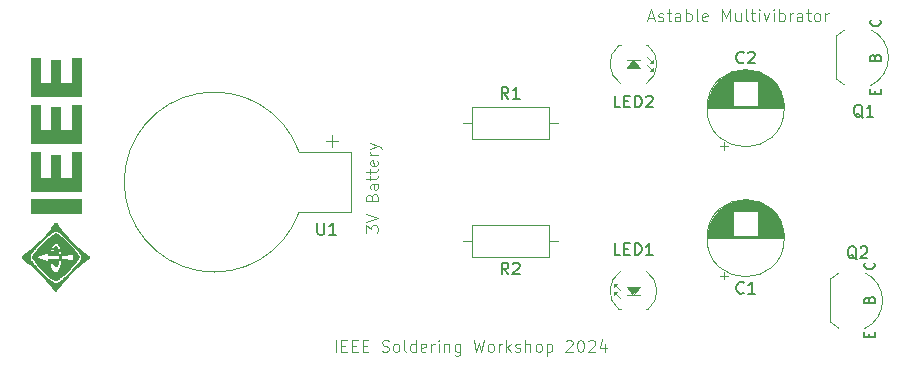
<source format=gbr>
%TF.GenerationSoftware,KiCad,Pcbnew,8.0.5*%
%TF.CreationDate,2024-10-12T16:34:49-07:00*%
%TF.ProjectId,IEEE soldering project,49454545-2073-46f6-9c64-6572696e6720,rev?*%
%TF.SameCoordinates,Original*%
%TF.FileFunction,Legend,Top*%
%TF.FilePolarity,Positive*%
%FSLAX46Y46*%
G04 Gerber Fmt 4.6, Leading zero omitted, Abs format (unit mm)*
G04 Created by KiCad (PCBNEW 8.0.5) date 2024-10-12 16:34:49*
%MOMM*%
%LPD*%
G01*
G04 APERTURE LIST*
%ADD10C,0.100000*%
%ADD11C,0.000000*%
%ADD12C,0.150000*%
%ADD13C,0.120000*%
G04 APERTURE END LIST*
D10*
X187872419Y-74291353D02*
X187872419Y-73672306D01*
X187872419Y-73672306D02*
X188253371Y-74005639D01*
X188253371Y-74005639D02*
X188253371Y-73862782D01*
X188253371Y-73862782D02*
X188300990Y-73767544D01*
X188300990Y-73767544D02*
X188348609Y-73719925D01*
X188348609Y-73719925D02*
X188443847Y-73672306D01*
X188443847Y-73672306D02*
X188681942Y-73672306D01*
X188681942Y-73672306D02*
X188777180Y-73719925D01*
X188777180Y-73719925D02*
X188824800Y-73767544D01*
X188824800Y-73767544D02*
X188872419Y-73862782D01*
X188872419Y-73862782D02*
X188872419Y-74148496D01*
X188872419Y-74148496D02*
X188824800Y-74243734D01*
X188824800Y-74243734D02*
X188777180Y-74291353D01*
X187872419Y-73386591D02*
X188872419Y-73053258D01*
X188872419Y-73053258D02*
X187872419Y-72719925D01*
X188348609Y-71291353D02*
X188396228Y-71148496D01*
X188396228Y-71148496D02*
X188443847Y-71100877D01*
X188443847Y-71100877D02*
X188539085Y-71053258D01*
X188539085Y-71053258D02*
X188681942Y-71053258D01*
X188681942Y-71053258D02*
X188777180Y-71100877D01*
X188777180Y-71100877D02*
X188824800Y-71148496D01*
X188824800Y-71148496D02*
X188872419Y-71243734D01*
X188872419Y-71243734D02*
X188872419Y-71624686D01*
X188872419Y-71624686D02*
X187872419Y-71624686D01*
X187872419Y-71624686D02*
X187872419Y-71291353D01*
X187872419Y-71291353D02*
X187920038Y-71196115D01*
X187920038Y-71196115D02*
X187967657Y-71148496D01*
X187967657Y-71148496D02*
X188062895Y-71100877D01*
X188062895Y-71100877D02*
X188158133Y-71100877D01*
X188158133Y-71100877D02*
X188253371Y-71148496D01*
X188253371Y-71148496D02*
X188300990Y-71196115D01*
X188300990Y-71196115D02*
X188348609Y-71291353D01*
X188348609Y-71291353D02*
X188348609Y-71624686D01*
X188872419Y-70196115D02*
X188348609Y-70196115D01*
X188348609Y-70196115D02*
X188253371Y-70243734D01*
X188253371Y-70243734D02*
X188205752Y-70338972D01*
X188205752Y-70338972D02*
X188205752Y-70529448D01*
X188205752Y-70529448D02*
X188253371Y-70624686D01*
X188824800Y-70196115D02*
X188872419Y-70291353D01*
X188872419Y-70291353D02*
X188872419Y-70529448D01*
X188872419Y-70529448D02*
X188824800Y-70624686D01*
X188824800Y-70624686D02*
X188729561Y-70672305D01*
X188729561Y-70672305D02*
X188634323Y-70672305D01*
X188634323Y-70672305D02*
X188539085Y-70624686D01*
X188539085Y-70624686D02*
X188491466Y-70529448D01*
X188491466Y-70529448D02*
X188491466Y-70291353D01*
X188491466Y-70291353D02*
X188443847Y-70196115D01*
X188205752Y-69862781D02*
X188205752Y-69481829D01*
X187872419Y-69719924D02*
X188729561Y-69719924D01*
X188729561Y-69719924D02*
X188824800Y-69672305D01*
X188824800Y-69672305D02*
X188872419Y-69577067D01*
X188872419Y-69577067D02*
X188872419Y-69481829D01*
X188205752Y-69291352D02*
X188205752Y-68910400D01*
X187872419Y-69148495D02*
X188729561Y-69148495D01*
X188729561Y-69148495D02*
X188824800Y-69100876D01*
X188824800Y-69100876D02*
X188872419Y-69005638D01*
X188872419Y-69005638D02*
X188872419Y-68910400D01*
X188824800Y-68196114D02*
X188872419Y-68291352D01*
X188872419Y-68291352D02*
X188872419Y-68481828D01*
X188872419Y-68481828D02*
X188824800Y-68577066D01*
X188824800Y-68577066D02*
X188729561Y-68624685D01*
X188729561Y-68624685D02*
X188348609Y-68624685D01*
X188348609Y-68624685D02*
X188253371Y-68577066D01*
X188253371Y-68577066D02*
X188205752Y-68481828D01*
X188205752Y-68481828D02*
X188205752Y-68291352D01*
X188205752Y-68291352D02*
X188253371Y-68196114D01*
X188253371Y-68196114D02*
X188348609Y-68148495D01*
X188348609Y-68148495D02*
X188443847Y-68148495D01*
X188443847Y-68148495D02*
X188539085Y-68624685D01*
X188872419Y-67719923D02*
X188205752Y-67719923D01*
X188396228Y-67719923D02*
X188300990Y-67672304D01*
X188300990Y-67672304D02*
X188253371Y-67624685D01*
X188253371Y-67624685D02*
X188205752Y-67529447D01*
X188205752Y-67529447D02*
X188205752Y-67434209D01*
X188205752Y-67196113D02*
X188872419Y-66958018D01*
X188205752Y-66719923D02*
X188872419Y-66958018D01*
X188872419Y-66958018D02*
X189110514Y-67053256D01*
X189110514Y-67053256D02*
X189158133Y-67100875D01*
X189158133Y-67100875D02*
X189205752Y-67196113D01*
X185303884Y-84372419D02*
X185303884Y-83372419D01*
X185780074Y-83848609D02*
X186113407Y-83848609D01*
X186256264Y-84372419D02*
X185780074Y-84372419D01*
X185780074Y-84372419D02*
X185780074Y-83372419D01*
X185780074Y-83372419D02*
X186256264Y-83372419D01*
X186684836Y-83848609D02*
X187018169Y-83848609D01*
X187161026Y-84372419D02*
X186684836Y-84372419D01*
X186684836Y-84372419D02*
X186684836Y-83372419D01*
X186684836Y-83372419D02*
X187161026Y-83372419D01*
X187589598Y-83848609D02*
X187922931Y-83848609D01*
X188065788Y-84372419D02*
X187589598Y-84372419D01*
X187589598Y-84372419D02*
X187589598Y-83372419D01*
X187589598Y-83372419D02*
X188065788Y-83372419D01*
X189208646Y-84324800D02*
X189351503Y-84372419D01*
X189351503Y-84372419D02*
X189589598Y-84372419D01*
X189589598Y-84372419D02*
X189684836Y-84324800D01*
X189684836Y-84324800D02*
X189732455Y-84277180D01*
X189732455Y-84277180D02*
X189780074Y-84181942D01*
X189780074Y-84181942D02*
X189780074Y-84086704D01*
X189780074Y-84086704D02*
X189732455Y-83991466D01*
X189732455Y-83991466D02*
X189684836Y-83943847D01*
X189684836Y-83943847D02*
X189589598Y-83896228D01*
X189589598Y-83896228D02*
X189399122Y-83848609D01*
X189399122Y-83848609D02*
X189303884Y-83800990D01*
X189303884Y-83800990D02*
X189256265Y-83753371D01*
X189256265Y-83753371D02*
X189208646Y-83658133D01*
X189208646Y-83658133D02*
X189208646Y-83562895D01*
X189208646Y-83562895D02*
X189256265Y-83467657D01*
X189256265Y-83467657D02*
X189303884Y-83420038D01*
X189303884Y-83420038D02*
X189399122Y-83372419D01*
X189399122Y-83372419D02*
X189637217Y-83372419D01*
X189637217Y-83372419D02*
X189780074Y-83420038D01*
X190351503Y-84372419D02*
X190256265Y-84324800D01*
X190256265Y-84324800D02*
X190208646Y-84277180D01*
X190208646Y-84277180D02*
X190161027Y-84181942D01*
X190161027Y-84181942D02*
X190161027Y-83896228D01*
X190161027Y-83896228D02*
X190208646Y-83800990D01*
X190208646Y-83800990D02*
X190256265Y-83753371D01*
X190256265Y-83753371D02*
X190351503Y-83705752D01*
X190351503Y-83705752D02*
X190494360Y-83705752D01*
X190494360Y-83705752D02*
X190589598Y-83753371D01*
X190589598Y-83753371D02*
X190637217Y-83800990D01*
X190637217Y-83800990D02*
X190684836Y-83896228D01*
X190684836Y-83896228D02*
X190684836Y-84181942D01*
X190684836Y-84181942D02*
X190637217Y-84277180D01*
X190637217Y-84277180D02*
X190589598Y-84324800D01*
X190589598Y-84324800D02*
X190494360Y-84372419D01*
X190494360Y-84372419D02*
X190351503Y-84372419D01*
X191256265Y-84372419D02*
X191161027Y-84324800D01*
X191161027Y-84324800D02*
X191113408Y-84229561D01*
X191113408Y-84229561D02*
X191113408Y-83372419D01*
X192065789Y-84372419D02*
X192065789Y-83372419D01*
X192065789Y-84324800D02*
X191970551Y-84372419D01*
X191970551Y-84372419D02*
X191780075Y-84372419D01*
X191780075Y-84372419D02*
X191684837Y-84324800D01*
X191684837Y-84324800D02*
X191637218Y-84277180D01*
X191637218Y-84277180D02*
X191589599Y-84181942D01*
X191589599Y-84181942D02*
X191589599Y-83896228D01*
X191589599Y-83896228D02*
X191637218Y-83800990D01*
X191637218Y-83800990D02*
X191684837Y-83753371D01*
X191684837Y-83753371D02*
X191780075Y-83705752D01*
X191780075Y-83705752D02*
X191970551Y-83705752D01*
X191970551Y-83705752D02*
X192065789Y-83753371D01*
X192922932Y-84324800D02*
X192827694Y-84372419D01*
X192827694Y-84372419D02*
X192637218Y-84372419D01*
X192637218Y-84372419D02*
X192541980Y-84324800D01*
X192541980Y-84324800D02*
X192494361Y-84229561D01*
X192494361Y-84229561D02*
X192494361Y-83848609D01*
X192494361Y-83848609D02*
X192541980Y-83753371D01*
X192541980Y-83753371D02*
X192637218Y-83705752D01*
X192637218Y-83705752D02*
X192827694Y-83705752D01*
X192827694Y-83705752D02*
X192922932Y-83753371D01*
X192922932Y-83753371D02*
X192970551Y-83848609D01*
X192970551Y-83848609D02*
X192970551Y-83943847D01*
X192970551Y-83943847D02*
X192494361Y-84039085D01*
X193399123Y-84372419D02*
X193399123Y-83705752D01*
X193399123Y-83896228D02*
X193446742Y-83800990D01*
X193446742Y-83800990D02*
X193494361Y-83753371D01*
X193494361Y-83753371D02*
X193589599Y-83705752D01*
X193589599Y-83705752D02*
X193684837Y-83705752D01*
X194018171Y-84372419D02*
X194018171Y-83705752D01*
X194018171Y-83372419D02*
X193970552Y-83420038D01*
X193970552Y-83420038D02*
X194018171Y-83467657D01*
X194018171Y-83467657D02*
X194065790Y-83420038D01*
X194065790Y-83420038D02*
X194018171Y-83372419D01*
X194018171Y-83372419D02*
X194018171Y-83467657D01*
X194494361Y-83705752D02*
X194494361Y-84372419D01*
X194494361Y-83800990D02*
X194541980Y-83753371D01*
X194541980Y-83753371D02*
X194637218Y-83705752D01*
X194637218Y-83705752D02*
X194780075Y-83705752D01*
X194780075Y-83705752D02*
X194875313Y-83753371D01*
X194875313Y-83753371D02*
X194922932Y-83848609D01*
X194922932Y-83848609D02*
X194922932Y-84372419D01*
X195827694Y-83705752D02*
X195827694Y-84515276D01*
X195827694Y-84515276D02*
X195780075Y-84610514D01*
X195780075Y-84610514D02*
X195732456Y-84658133D01*
X195732456Y-84658133D02*
X195637218Y-84705752D01*
X195637218Y-84705752D02*
X195494361Y-84705752D01*
X195494361Y-84705752D02*
X195399123Y-84658133D01*
X195827694Y-84324800D02*
X195732456Y-84372419D01*
X195732456Y-84372419D02*
X195541980Y-84372419D01*
X195541980Y-84372419D02*
X195446742Y-84324800D01*
X195446742Y-84324800D02*
X195399123Y-84277180D01*
X195399123Y-84277180D02*
X195351504Y-84181942D01*
X195351504Y-84181942D02*
X195351504Y-83896228D01*
X195351504Y-83896228D02*
X195399123Y-83800990D01*
X195399123Y-83800990D02*
X195446742Y-83753371D01*
X195446742Y-83753371D02*
X195541980Y-83705752D01*
X195541980Y-83705752D02*
X195732456Y-83705752D01*
X195732456Y-83705752D02*
X195827694Y-83753371D01*
X196970552Y-83372419D02*
X197208647Y-84372419D01*
X197208647Y-84372419D02*
X197399123Y-83658133D01*
X197399123Y-83658133D02*
X197589599Y-84372419D01*
X197589599Y-84372419D02*
X197827695Y-83372419D01*
X198351504Y-84372419D02*
X198256266Y-84324800D01*
X198256266Y-84324800D02*
X198208647Y-84277180D01*
X198208647Y-84277180D02*
X198161028Y-84181942D01*
X198161028Y-84181942D02*
X198161028Y-83896228D01*
X198161028Y-83896228D02*
X198208647Y-83800990D01*
X198208647Y-83800990D02*
X198256266Y-83753371D01*
X198256266Y-83753371D02*
X198351504Y-83705752D01*
X198351504Y-83705752D02*
X198494361Y-83705752D01*
X198494361Y-83705752D02*
X198589599Y-83753371D01*
X198589599Y-83753371D02*
X198637218Y-83800990D01*
X198637218Y-83800990D02*
X198684837Y-83896228D01*
X198684837Y-83896228D02*
X198684837Y-84181942D01*
X198684837Y-84181942D02*
X198637218Y-84277180D01*
X198637218Y-84277180D02*
X198589599Y-84324800D01*
X198589599Y-84324800D02*
X198494361Y-84372419D01*
X198494361Y-84372419D02*
X198351504Y-84372419D01*
X199113409Y-84372419D02*
X199113409Y-83705752D01*
X199113409Y-83896228D02*
X199161028Y-83800990D01*
X199161028Y-83800990D02*
X199208647Y-83753371D01*
X199208647Y-83753371D02*
X199303885Y-83705752D01*
X199303885Y-83705752D02*
X199399123Y-83705752D01*
X199732457Y-84372419D02*
X199732457Y-83372419D01*
X199827695Y-83991466D02*
X200113409Y-84372419D01*
X200113409Y-83705752D02*
X199732457Y-84086704D01*
X200494362Y-84324800D02*
X200589600Y-84372419D01*
X200589600Y-84372419D02*
X200780076Y-84372419D01*
X200780076Y-84372419D02*
X200875314Y-84324800D01*
X200875314Y-84324800D02*
X200922933Y-84229561D01*
X200922933Y-84229561D02*
X200922933Y-84181942D01*
X200922933Y-84181942D02*
X200875314Y-84086704D01*
X200875314Y-84086704D02*
X200780076Y-84039085D01*
X200780076Y-84039085D02*
X200637219Y-84039085D01*
X200637219Y-84039085D02*
X200541981Y-83991466D01*
X200541981Y-83991466D02*
X200494362Y-83896228D01*
X200494362Y-83896228D02*
X200494362Y-83848609D01*
X200494362Y-83848609D02*
X200541981Y-83753371D01*
X200541981Y-83753371D02*
X200637219Y-83705752D01*
X200637219Y-83705752D02*
X200780076Y-83705752D01*
X200780076Y-83705752D02*
X200875314Y-83753371D01*
X201351505Y-84372419D02*
X201351505Y-83372419D01*
X201780076Y-84372419D02*
X201780076Y-83848609D01*
X201780076Y-83848609D02*
X201732457Y-83753371D01*
X201732457Y-83753371D02*
X201637219Y-83705752D01*
X201637219Y-83705752D02*
X201494362Y-83705752D01*
X201494362Y-83705752D02*
X201399124Y-83753371D01*
X201399124Y-83753371D02*
X201351505Y-83800990D01*
X202399124Y-84372419D02*
X202303886Y-84324800D01*
X202303886Y-84324800D02*
X202256267Y-84277180D01*
X202256267Y-84277180D02*
X202208648Y-84181942D01*
X202208648Y-84181942D02*
X202208648Y-83896228D01*
X202208648Y-83896228D02*
X202256267Y-83800990D01*
X202256267Y-83800990D02*
X202303886Y-83753371D01*
X202303886Y-83753371D02*
X202399124Y-83705752D01*
X202399124Y-83705752D02*
X202541981Y-83705752D01*
X202541981Y-83705752D02*
X202637219Y-83753371D01*
X202637219Y-83753371D02*
X202684838Y-83800990D01*
X202684838Y-83800990D02*
X202732457Y-83896228D01*
X202732457Y-83896228D02*
X202732457Y-84181942D01*
X202732457Y-84181942D02*
X202684838Y-84277180D01*
X202684838Y-84277180D02*
X202637219Y-84324800D01*
X202637219Y-84324800D02*
X202541981Y-84372419D01*
X202541981Y-84372419D02*
X202399124Y-84372419D01*
X203161029Y-83705752D02*
X203161029Y-84705752D01*
X203161029Y-83753371D02*
X203256267Y-83705752D01*
X203256267Y-83705752D02*
X203446743Y-83705752D01*
X203446743Y-83705752D02*
X203541981Y-83753371D01*
X203541981Y-83753371D02*
X203589600Y-83800990D01*
X203589600Y-83800990D02*
X203637219Y-83896228D01*
X203637219Y-83896228D02*
X203637219Y-84181942D01*
X203637219Y-84181942D02*
X203589600Y-84277180D01*
X203589600Y-84277180D02*
X203541981Y-84324800D01*
X203541981Y-84324800D02*
X203446743Y-84372419D01*
X203446743Y-84372419D02*
X203256267Y-84372419D01*
X203256267Y-84372419D02*
X203161029Y-84324800D01*
X204780077Y-83467657D02*
X204827696Y-83420038D01*
X204827696Y-83420038D02*
X204922934Y-83372419D01*
X204922934Y-83372419D02*
X205161029Y-83372419D01*
X205161029Y-83372419D02*
X205256267Y-83420038D01*
X205256267Y-83420038D02*
X205303886Y-83467657D01*
X205303886Y-83467657D02*
X205351505Y-83562895D01*
X205351505Y-83562895D02*
X205351505Y-83658133D01*
X205351505Y-83658133D02*
X205303886Y-83800990D01*
X205303886Y-83800990D02*
X204732458Y-84372419D01*
X204732458Y-84372419D02*
X205351505Y-84372419D01*
X205970553Y-83372419D02*
X206065791Y-83372419D01*
X206065791Y-83372419D02*
X206161029Y-83420038D01*
X206161029Y-83420038D02*
X206208648Y-83467657D01*
X206208648Y-83467657D02*
X206256267Y-83562895D01*
X206256267Y-83562895D02*
X206303886Y-83753371D01*
X206303886Y-83753371D02*
X206303886Y-83991466D01*
X206303886Y-83991466D02*
X206256267Y-84181942D01*
X206256267Y-84181942D02*
X206208648Y-84277180D01*
X206208648Y-84277180D02*
X206161029Y-84324800D01*
X206161029Y-84324800D02*
X206065791Y-84372419D01*
X206065791Y-84372419D02*
X205970553Y-84372419D01*
X205970553Y-84372419D02*
X205875315Y-84324800D01*
X205875315Y-84324800D02*
X205827696Y-84277180D01*
X205827696Y-84277180D02*
X205780077Y-84181942D01*
X205780077Y-84181942D02*
X205732458Y-83991466D01*
X205732458Y-83991466D02*
X205732458Y-83753371D01*
X205732458Y-83753371D02*
X205780077Y-83562895D01*
X205780077Y-83562895D02*
X205827696Y-83467657D01*
X205827696Y-83467657D02*
X205875315Y-83420038D01*
X205875315Y-83420038D02*
X205970553Y-83372419D01*
X206684839Y-83467657D02*
X206732458Y-83420038D01*
X206732458Y-83420038D02*
X206827696Y-83372419D01*
X206827696Y-83372419D02*
X207065791Y-83372419D01*
X207065791Y-83372419D02*
X207161029Y-83420038D01*
X207161029Y-83420038D02*
X207208648Y-83467657D01*
X207208648Y-83467657D02*
X207256267Y-83562895D01*
X207256267Y-83562895D02*
X207256267Y-83658133D01*
X207256267Y-83658133D02*
X207208648Y-83800990D01*
X207208648Y-83800990D02*
X206637220Y-84372419D01*
X206637220Y-84372419D02*
X207256267Y-84372419D01*
X208113410Y-83705752D02*
X208113410Y-84372419D01*
X207875315Y-83324800D02*
X207637220Y-84039085D01*
X207637220Y-84039085D02*
X208256267Y-84039085D01*
X211756265Y-56086704D02*
X212232455Y-56086704D01*
X211661027Y-56372419D02*
X211994360Y-55372419D01*
X211994360Y-55372419D02*
X212327693Y-56372419D01*
X212613408Y-56324800D02*
X212708646Y-56372419D01*
X212708646Y-56372419D02*
X212899122Y-56372419D01*
X212899122Y-56372419D02*
X212994360Y-56324800D01*
X212994360Y-56324800D02*
X213041979Y-56229561D01*
X213041979Y-56229561D02*
X213041979Y-56181942D01*
X213041979Y-56181942D02*
X212994360Y-56086704D01*
X212994360Y-56086704D02*
X212899122Y-56039085D01*
X212899122Y-56039085D02*
X212756265Y-56039085D01*
X212756265Y-56039085D02*
X212661027Y-55991466D01*
X212661027Y-55991466D02*
X212613408Y-55896228D01*
X212613408Y-55896228D02*
X212613408Y-55848609D01*
X212613408Y-55848609D02*
X212661027Y-55753371D01*
X212661027Y-55753371D02*
X212756265Y-55705752D01*
X212756265Y-55705752D02*
X212899122Y-55705752D01*
X212899122Y-55705752D02*
X212994360Y-55753371D01*
X213327694Y-55705752D02*
X213708646Y-55705752D01*
X213470551Y-55372419D02*
X213470551Y-56229561D01*
X213470551Y-56229561D02*
X213518170Y-56324800D01*
X213518170Y-56324800D02*
X213613408Y-56372419D01*
X213613408Y-56372419D02*
X213708646Y-56372419D01*
X214470551Y-56372419D02*
X214470551Y-55848609D01*
X214470551Y-55848609D02*
X214422932Y-55753371D01*
X214422932Y-55753371D02*
X214327694Y-55705752D01*
X214327694Y-55705752D02*
X214137218Y-55705752D01*
X214137218Y-55705752D02*
X214041980Y-55753371D01*
X214470551Y-56324800D02*
X214375313Y-56372419D01*
X214375313Y-56372419D02*
X214137218Y-56372419D01*
X214137218Y-56372419D02*
X214041980Y-56324800D01*
X214041980Y-56324800D02*
X213994361Y-56229561D01*
X213994361Y-56229561D02*
X213994361Y-56134323D01*
X213994361Y-56134323D02*
X214041980Y-56039085D01*
X214041980Y-56039085D02*
X214137218Y-55991466D01*
X214137218Y-55991466D02*
X214375313Y-55991466D01*
X214375313Y-55991466D02*
X214470551Y-55943847D01*
X214946742Y-56372419D02*
X214946742Y-55372419D01*
X214946742Y-55753371D02*
X215041980Y-55705752D01*
X215041980Y-55705752D02*
X215232456Y-55705752D01*
X215232456Y-55705752D02*
X215327694Y-55753371D01*
X215327694Y-55753371D02*
X215375313Y-55800990D01*
X215375313Y-55800990D02*
X215422932Y-55896228D01*
X215422932Y-55896228D02*
X215422932Y-56181942D01*
X215422932Y-56181942D02*
X215375313Y-56277180D01*
X215375313Y-56277180D02*
X215327694Y-56324800D01*
X215327694Y-56324800D02*
X215232456Y-56372419D01*
X215232456Y-56372419D02*
X215041980Y-56372419D01*
X215041980Y-56372419D02*
X214946742Y-56324800D01*
X215994361Y-56372419D02*
X215899123Y-56324800D01*
X215899123Y-56324800D02*
X215851504Y-56229561D01*
X215851504Y-56229561D02*
X215851504Y-55372419D01*
X216756266Y-56324800D02*
X216661028Y-56372419D01*
X216661028Y-56372419D02*
X216470552Y-56372419D01*
X216470552Y-56372419D02*
X216375314Y-56324800D01*
X216375314Y-56324800D02*
X216327695Y-56229561D01*
X216327695Y-56229561D02*
X216327695Y-55848609D01*
X216327695Y-55848609D02*
X216375314Y-55753371D01*
X216375314Y-55753371D02*
X216470552Y-55705752D01*
X216470552Y-55705752D02*
X216661028Y-55705752D01*
X216661028Y-55705752D02*
X216756266Y-55753371D01*
X216756266Y-55753371D02*
X216803885Y-55848609D01*
X216803885Y-55848609D02*
X216803885Y-55943847D01*
X216803885Y-55943847D02*
X216327695Y-56039085D01*
X217994362Y-56372419D02*
X217994362Y-55372419D01*
X217994362Y-55372419D02*
X218327695Y-56086704D01*
X218327695Y-56086704D02*
X218661028Y-55372419D01*
X218661028Y-55372419D02*
X218661028Y-56372419D01*
X219565790Y-55705752D02*
X219565790Y-56372419D01*
X219137219Y-55705752D02*
X219137219Y-56229561D01*
X219137219Y-56229561D02*
X219184838Y-56324800D01*
X219184838Y-56324800D02*
X219280076Y-56372419D01*
X219280076Y-56372419D02*
X219422933Y-56372419D01*
X219422933Y-56372419D02*
X219518171Y-56324800D01*
X219518171Y-56324800D02*
X219565790Y-56277180D01*
X220184838Y-56372419D02*
X220089600Y-56324800D01*
X220089600Y-56324800D02*
X220041981Y-56229561D01*
X220041981Y-56229561D02*
X220041981Y-55372419D01*
X220422934Y-55705752D02*
X220803886Y-55705752D01*
X220565791Y-55372419D02*
X220565791Y-56229561D01*
X220565791Y-56229561D02*
X220613410Y-56324800D01*
X220613410Y-56324800D02*
X220708648Y-56372419D01*
X220708648Y-56372419D02*
X220803886Y-56372419D01*
X221137220Y-56372419D02*
X221137220Y-55705752D01*
X221137220Y-55372419D02*
X221089601Y-55420038D01*
X221089601Y-55420038D02*
X221137220Y-55467657D01*
X221137220Y-55467657D02*
X221184839Y-55420038D01*
X221184839Y-55420038D02*
X221137220Y-55372419D01*
X221137220Y-55372419D02*
X221137220Y-55467657D01*
X221518172Y-55705752D02*
X221756267Y-56372419D01*
X221756267Y-56372419D02*
X221994362Y-55705752D01*
X222375315Y-56372419D02*
X222375315Y-55705752D01*
X222375315Y-55372419D02*
X222327696Y-55420038D01*
X222327696Y-55420038D02*
X222375315Y-55467657D01*
X222375315Y-55467657D02*
X222422934Y-55420038D01*
X222422934Y-55420038D02*
X222375315Y-55372419D01*
X222375315Y-55372419D02*
X222375315Y-55467657D01*
X222851505Y-56372419D02*
X222851505Y-55372419D01*
X222851505Y-55753371D02*
X222946743Y-55705752D01*
X222946743Y-55705752D02*
X223137219Y-55705752D01*
X223137219Y-55705752D02*
X223232457Y-55753371D01*
X223232457Y-55753371D02*
X223280076Y-55800990D01*
X223280076Y-55800990D02*
X223327695Y-55896228D01*
X223327695Y-55896228D02*
X223327695Y-56181942D01*
X223327695Y-56181942D02*
X223280076Y-56277180D01*
X223280076Y-56277180D02*
X223232457Y-56324800D01*
X223232457Y-56324800D02*
X223137219Y-56372419D01*
X223137219Y-56372419D02*
X222946743Y-56372419D01*
X222946743Y-56372419D02*
X222851505Y-56324800D01*
X223756267Y-56372419D02*
X223756267Y-55705752D01*
X223756267Y-55896228D02*
X223803886Y-55800990D01*
X223803886Y-55800990D02*
X223851505Y-55753371D01*
X223851505Y-55753371D02*
X223946743Y-55705752D01*
X223946743Y-55705752D02*
X224041981Y-55705752D01*
X224803886Y-56372419D02*
X224803886Y-55848609D01*
X224803886Y-55848609D02*
X224756267Y-55753371D01*
X224756267Y-55753371D02*
X224661029Y-55705752D01*
X224661029Y-55705752D02*
X224470553Y-55705752D01*
X224470553Y-55705752D02*
X224375315Y-55753371D01*
X224803886Y-56324800D02*
X224708648Y-56372419D01*
X224708648Y-56372419D02*
X224470553Y-56372419D01*
X224470553Y-56372419D02*
X224375315Y-56324800D01*
X224375315Y-56324800D02*
X224327696Y-56229561D01*
X224327696Y-56229561D02*
X224327696Y-56134323D01*
X224327696Y-56134323D02*
X224375315Y-56039085D01*
X224375315Y-56039085D02*
X224470553Y-55991466D01*
X224470553Y-55991466D02*
X224708648Y-55991466D01*
X224708648Y-55991466D02*
X224803886Y-55943847D01*
X225137220Y-55705752D02*
X225518172Y-55705752D01*
X225280077Y-55372419D02*
X225280077Y-56229561D01*
X225280077Y-56229561D02*
X225327696Y-56324800D01*
X225327696Y-56324800D02*
X225422934Y-56372419D01*
X225422934Y-56372419D02*
X225518172Y-56372419D01*
X225994363Y-56372419D02*
X225899125Y-56324800D01*
X225899125Y-56324800D02*
X225851506Y-56277180D01*
X225851506Y-56277180D02*
X225803887Y-56181942D01*
X225803887Y-56181942D02*
X225803887Y-55896228D01*
X225803887Y-55896228D02*
X225851506Y-55800990D01*
X225851506Y-55800990D02*
X225899125Y-55753371D01*
X225899125Y-55753371D02*
X225994363Y-55705752D01*
X225994363Y-55705752D02*
X226137220Y-55705752D01*
X226137220Y-55705752D02*
X226232458Y-55753371D01*
X226232458Y-55753371D02*
X226280077Y-55800990D01*
X226280077Y-55800990D02*
X226327696Y-55896228D01*
X226327696Y-55896228D02*
X226327696Y-56181942D01*
X226327696Y-56181942D02*
X226280077Y-56277180D01*
X226280077Y-56277180D02*
X226232458Y-56324800D01*
X226232458Y-56324800D02*
X226137220Y-56372419D01*
X226137220Y-56372419D02*
X225994363Y-56372419D01*
X226756268Y-56372419D02*
X226756268Y-55705752D01*
X226756268Y-55896228D02*
X226803887Y-55800990D01*
X226803887Y-55800990D02*
X226851506Y-55753371D01*
X226851506Y-55753371D02*
X226946744Y-55705752D01*
X226946744Y-55705752D02*
X227041982Y-55705752D01*
D11*
G36*
X160318609Y-61590858D02*
G01*
X161222451Y-61590858D01*
X161222451Y-59637996D01*
X162071871Y-59637996D01*
X162071871Y-61590860D01*
X163000000Y-61590860D01*
X163000000Y-59468297D01*
X163849653Y-59468297D01*
X163849653Y-62804929D01*
X159469344Y-62804929D01*
X159469344Y-59468257D01*
X160318609Y-59468257D01*
X160318609Y-61590858D01*
G37*
G36*
X160318609Y-65607137D02*
G01*
X161222451Y-65607137D01*
X161222451Y-63654429D01*
X162071871Y-63654429D01*
X162071871Y-65607137D01*
X163000000Y-65607137D01*
X163000000Y-63484342D01*
X163849653Y-63484342D01*
X163849653Y-66820201D01*
X159469344Y-66820201D01*
X159469344Y-63484342D01*
X160318609Y-63484342D01*
X160318609Y-65607137D01*
G37*
G36*
X160318609Y-69623374D02*
G01*
X161222451Y-69623374D01*
X161222451Y-67670009D01*
X162071871Y-67670009D01*
X162071871Y-69623375D01*
X163000000Y-69623375D01*
X163000000Y-67500000D01*
X163849653Y-67500000D01*
X163849653Y-70836710D01*
X159469344Y-70836710D01*
X159469344Y-67500000D01*
X160318609Y-67500000D01*
X160318609Y-69623374D01*
G37*
G36*
X163849653Y-72686771D02*
G01*
X159469344Y-72686771D01*
X159469344Y-71473397D01*
X163849653Y-71473397D01*
X163849653Y-72686771D01*
G37*
G36*
X161619080Y-73443533D02*
G01*
X161632989Y-73445319D01*
X161646215Y-73448071D01*
X161658792Y-73451740D01*
X161670752Y-73456277D01*
X161682130Y-73461631D01*
X161692959Y-73467753D01*
X161703271Y-73474595D01*
X161713100Y-73482106D01*
X161722481Y-73490238D01*
X161731445Y-73498941D01*
X161740026Y-73508165D01*
X161756174Y-73527982D01*
X161771190Y-73549293D01*
X161785343Y-73571703D01*
X161798898Y-73594818D01*
X161825281Y-73641581D01*
X161838643Y-73664440D01*
X161852475Y-73686423D01*
X161867042Y-73707137D01*
X161882611Y-73726186D01*
X162015570Y-73905730D01*
X162152338Y-74082783D01*
X162292814Y-74257227D01*
X162436897Y-74428943D01*
X162584488Y-74597810D01*
X162735485Y-74763710D01*
X162889787Y-74926524D01*
X163047296Y-75086133D01*
X163207909Y-75242417D01*
X163371526Y-75395257D01*
X163538047Y-75544535D01*
X163707371Y-75690130D01*
X163879399Y-75831924D01*
X164054028Y-75969798D01*
X164231158Y-76103633D01*
X164410690Y-76233309D01*
X164465694Y-76288080D01*
X164468702Y-76293290D01*
X164471441Y-76298590D01*
X164473920Y-76303975D01*
X164476144Y-76309438D01*
X164479863Y-76320578D01*
X164482656Y-76331968D01*
X164484583Y-76343564D01*
X164485705Y-76355322D01*
X164486080Y-76367199D01*
X164485768Y-76379151D01*
X164484829Y-76391134D01*
X164483322Y-76403104D01*
X164481307Y-76415019D01*
X164478843Y-76426834D01*
X164475990Y-76438506D01*
X164472808Y-76449991D01*
X164469356Y-76461246D01*
X164465694Y-76472226D01*
X164463278Y-76478951D01*
X164460544Y-76485311D01*
X164457508Y-76491324D01*
X164454187Y-76497010D01*
X164450596Y-76502388D01*
X164446753Y-76507477D01*
X164442672Y-76512297D01*
X164438372Y-76516866D01*
X164433867Y-76521204D01*
X164429174Y-76525329D01*
X164419289Y-76533021D01*
X164408848Y-76540095D01*
X164397980Y-76546704D01*
X164352846Y-76571560D01*
X164341797Y-76578146D01*
X164331103Y-76585188D01*
X164320892Y-76592839D01*
X164316009Y-76596941D01*
X164311296Y-76601252D01*
X164267656Y-76629934D01*
X164224329Y-76659492D01*
X164138539Y-76720824D01*
X164053781Y-76784426D01*
X163969910Y-76849471D01*
X163804252Y-76980595D01*
X163722175Y-77045023D01*
X163640406Y-77107596D01*
X163603409Y-77143317D01*
X163565928Y-77177894D01*
X163528025Y-77211744D01*
X163489761Y-77245280D01*
X163412395Y-77313072D01*
X163373417Y-77348158D01*
X163334322Y-77384590D01*
X163107953Y-77597572D01*
X162888770Y-77816558D01*
X162676883Y-78041077D01*
X162472400Y-78270658D01*
X162275431Y-78504832D01*
X162086084Y-78743127D01*
X161904469Y-78985072D01*
X161730693Y-79230197D01*
X161721741Y-79238848D01*
X161712435Y-79247244D01*
X161702777Y-79255309D01*
X161692771Y-79262964D01*
X161682421Y-79270131D01*
X161671728Y-79276732D01*
X161660697Y-79282690D01*
X161649330Y-79287927D01*
X161637631Y-79292364D01*
X161625603Y-79295924D01*
X161613249Y-79298528D01*
X161606951Y-79299448D01*
X161600572Y-79300100D01*
X161594114Y-79300474D01*
X161587576Y-79300560D01*
X161580959Y-79300350D01*
X161577345Y-79300070D01*
X161574264Y-79299832D01*
X161567490Y-79298998D01*
X161560638Y-79297837D01*
X161553708Y-79296340D01*
X161546702Y-79294497D01*
X161538964Y-79292392D01*
X161531419Y-79289859D01*
X161524062Y-79286918D01*
X161516884Y-79283589D01*
X161509881Y-79279891D01*
X161503045Y-79275845D01*
X161496370Y-79271469D01*
X161489849Y-79266785D01*
X161477246Y-79256567D01*
X161465182Y-79245351D01*
X161453608Y-79233293D01*
X161442471Y-79220552D01*
X161431719Y-79207286D01*
X161421301Y-79193654D01*
X161401259Y-79165924D01*
X161381931Y-79138625D01*
X161372406Y-79125533D01*
X161362904Y-79113024D01*
X161255248Y-78959888D01*
X161143744Y-78808427D01*
X161028568Y-78658712D01*
X160909894Y-78510814D01*
X160787897Y-78364803D01*
X160662752Y-78220751D01*
X160534634Y-78078728D01*
X160403719Y-77938806D01*
X160270181Y-77801055D01*
X160134195Y-77665545D01*
X159995937Y-77532349D01*
X159855580Y-77401536D01*
X159713301Y-77273178D01*
X159569274Y-77147346D01*
X159276676Y-76903541D01*
X158760532Y-76507281D01*
X158753122Y-76497204D01*
X158745936Y-76486761D01*
X158739056Y-76475987D01*
X158732564Y-76464912D01*
X158726541Y-76453570D01*
X158721070Y-76441992D01*
X158716232Y-76430211D01*
X158712108Y-76418259D01*
X158708782Y-76406167D01*
X158706334Y-76393969D01*
X158705410Y-76386352D01*
X159450182Y-76386352D01*
X159451124Y-76406185D01*
X159453249Y-76425940D01*
X159456604Y-76445594D01*
X159461238Y-76465123D01*
X159467198Y-76484502D01*
X159474533Y-76503708D01*
X159483290Y-76522717D01*
X159493517Y-76541505D01*
X159505263Y-76560047D01*
X159518576Y-76578321D01*
X159518576Y-76578322D01*
X159568683Y-76647497D01*
X159619187Y-76715896D01*
X159670266Y-76783643D01*
X159722099Y-76850866D01*
X159774866Y-76917691D01*
X159828745Y-76984246D01*
X159883915Y-77050656D01*
X159940555Y-77117048D01*
X159942467Y-77119880D01*
X159944595Y-77122758D01*
X159946908Y-77125666D01*
X159949375Y-77128589D01*
X159951964Y-77131511D01*
X159954644Y-77134416D01*
X159960155Y-77140115D01*
X159979639Y-77159114D01*
X160119328Y-77313456D01*
X160262133Y-77466588D01*
X160407901Y-77617679D01*
X160556480Y-77765898D01*
X160707717Y-77910413D01*
X160861460Y-78050392D01*
X161017556Y-78185004D01*
X161175853Y-78313417D01*
X161267528Y-78383920D01*
X161313794Y-78417919D01*
X161337181Y-78434254D01*
X161360793Y-78450011D01*
X161384672Y-78465091D01*
X161408860Y-78479392D01*
X161433398Y-78492815D01*
X161458329Y-78505259D01*
X161483694Y-78516623D01*
X161509536Y-78526807D01*
X161535896Y-78535710D01*
X161562815Y-78543232D01*
X161577345Y-78543307D01*
X161591744Y-78543051D01*
X161606000Y-78542440D01*
X161620099Y-78541447D01*
X161634028Y-78540048D01*
X161647775Y-78538218D01*
X161661328Y-78535933D01*
X161674673Y-78533166D01*
X161687797Y-78529892D01*
X161700687Y-78526088D01*
X161713332Y-78521728D01*
X161725717Y-78516786D01*
X161737830Y-78511238D01*
X161749659Y-78505059D01*
X161761190Y-78498224D01*
X161772411Y-78490707D01*
X161851029Y-78436748D01*
X161929157Y-78380781D01*
X162006738Y-78322941D01*
X162083716Y-78263365D01*
X162160036Y-78202188D01*
X162235642Y-78139548D01*
X162384487Y-78010417D01*
X162529804Y-77877062D01*
X162671146Y-77740569D01*
X162808066Y-77602028D01*
X162940116Y-77462525D01*
X163157930Y-77222867D01*
X163266361Y-77102659D01*
X163372123Y-76981117D01*
X163423452Y-76919592D01*
X163473453Y-76857429D01*
X163521905Y-76794526D01*
X163568587Y-76730782D01*
X163613280Y-76666097D01*
X163655763Y-76600367D01*
X163695815Y-76533492D01*
X163733215Y-76465370D01*
X163738162Y-76454008D01*
X163742413Y-76442565D01*
X163745990Y-76431052D01*
X163748914Y-76419477D01*
X163751206Y-76407849D01*
X163752888Y-76396178D01*
X163753981Y-76384474D01*
X163754507Y-76372744D01*
X163754488Y-76360999D01*
X163753943Y-76349248D01*
X163752896Y-76337500D01*
X163751368Y-76325764D01*
X163746951Y-76302366D01*
X163740865Y-76279127D01*
X163733281Y-76256122D01*
X163724371Y-76233426D01*
X163714305Y-76211110D01*
X163703256Y-76189250D01*
X163691394Y-76167920D01*
X163678891Y-76147193D01*
X163665918Y-76127144D01*
X163652646Y-76107846D01*
X163585880Y-76015033D01*
X163517140Y-75923421D01*
X163446535Y-75832967D01*
X163374173Y-75743627D01*
X163300162Y-75655357D01*
X163224613Y-75568112D01*
X163069331Y-75396526D01*
X162909196Y-75228517D01*
X162745076Y-75063733D01*
X162577842Y-74901824D01*
X162408362Y-74742437D01*
X162319310Y-74668262D01*
X162231324Y-74593115D01*
X162143506Y-74518650D01*
X162054958Y-74446526D01*
X162010130Y-74411859D01*
X161964782Y-74378398D01*
X161918802Y-74346351D01*
X161872078Y-74315923D01*
X161824497Y-74287323D01*
X161775949Y-74260757D01*
X161726319Y-74236433D01*
X161675496Y-74214557D01*
X161665356Y-74211984D01*
X161655309Y-74209849D01*
X161645352Y-74208140D01*
X161635486Y-74206843D01*
X161625710Y-74205946D01*
X161616022Y-74205435D01*
X161606421Y-74205297D01*
X161596907Y-74205519D01*
X161578136Y-74206994D01*
X161559701Y-74209755D01*
X161541595Y-74213699D01*
X161523809Y-74218721D01*
X161506338Y-74224718D01*
X161489174Y-74231587D01*
X161472310Y-74239223D01*
X161455738Y-74247523D01*
X161439450Y-74256383D01*
X161423441Y-74265700D01*
X161407702Y-74275369D01*
X161392227Y-74285287D01*
X161217058Y-74412013D01*
X161044499Y-74544965D01*
X160874774Y-74683666D01*
X160708108Y-74827640D01*
X160544725Y-74976409D01*
X160384849Y-75129496D01*
X160228704Y-75286425D01*
X160076515Y-75446717D01*
X160060246Y-75475033D01*
X160003862Y-75534430D01*
X159947944Y-75595523D01*
X159892660Y-75657976D01*
X159838174Y-75721450D01*
X159784652Y-75785609D01*
X159732259Y-75850115D01*
X159681163Y-75914631D01*
X159631527Y-75978820D01*
X159605785Y-76010244D01*
X159580742Y-76043367D01*
X159556783Y-76077998D01*
X159534291Y-76113945D01*
X159513650Y-76151016D01*
X159495245Y-76189021D01*
X159479459Y-76227768D01*
X159466676Y-76267066D01*
X159461530Y-76286862D01*
X159457279Y-76306724D01*
X159453971Y-76326628D01*
X159451653Y-76346550D01*
X159450374Y-76366466D01*
X159450182Y-76386352D01*
X158705410Y-76386352D01*
X158704846Y-76381697D01*
X158704487Y-76375543D01*
X158704400Y-76369382D01*
X158704593Y-76363219D01*
X158705077Y-76357058D01*
X158705863Y-76350902D01*
X158706960Y-76344755D01*
X158708379Y-76338623D01*
X158710131Y-76332507D01*
X158712224Y-76326414D01*
X158714670Y-76320346D01*
X158716376Y-76314735D01*
X158718488Y-76309051D01*
X158720961Y-76303310D01*
X158723753Y-76297527D01*
X158726818Y-76291717D01*
X158730113Y-76285895D01*
X158733595Y-76280076D01*
X158737218Y-76274276D01*
X158744718Y-76262789D01*
X158752260Y-76251555D01*
X158759495Y-76240694D01*
X158766071Y-76230326D01*
X159076455Y-76011318D01*
X159249246Y-75874473D01*
X159422963Y-75734518D01*
X159509165Y-75663484D01*
X159594393Y-75591804D01*
X159678246Y-75519521D01*
X159760321Y-75446678D01*
X160262985Y-74965473D01*
X160422961Y-74800907D01*
X160578208Y-74633750D01*
X160728811Y-74463916D01*
X160874853Y-74291324D01*
X161016417Y-74115891D01*
X161153587Y-73937533D01*
X161286447Y-73756167D01*
X161415080Y-73571710D01*
X161417675Y-73555945D01*
X161425601Y-73544306D01*
X161434241Y-73533169D01*
X161443548Y-73522556D01*
X161453478Y-73512490D01*
X161463984Y-73502995D01*
X161475021Y-73494093D01*
X161486541Y-73485807D01*
X161498501Y-73478161D01*
X161510853Y-73471176D01*
X161523552Y-73464878D01*
X161536551Y-73459287D01*
X161549806Y-73454428D01*
X161563270Y-73450322D01*
X161576896Y-73446994D01*
X161590640Y-73444466D01*
X161604456Y-73442762D01*
X161619080Y-73443533D01*
G37*
G36*
X161638810Y-74346085D02*
G01*
X161658068Y-74348115D01*
X161676995Y-74351590D01*
X161695477Y-74356573D01*
X161704517Y-74359650D01*
X161713402Y-74363128D01*
X161722119Y-74367014D01*
X161730654Y-74371317D01*
X161765012Y-74392464D01*
X161799021Y-74414449D01*
X161832708Y-74437203D01*
X161866100Y-74460658D01*
X161932109Y-74509400D01*
X161997267Y-74560131D01*
X162061794Y-74612307D01*
X162125907Y-74665385D01*
X162253770Y-74772069D01*
X162263105Y-74772069D01*
X162545071Y-75040125D01*
X162685236Y-75177231D01*
X162823630Y-75316548D01*
X162959333Y-75458196D01*
X163091426Y-75602296D01*
X163218988Y-75748967D01*
X163280783Y-75823304D01*
X163341101Y-75898328D01*
X163365003Y-75934947D01*
X163391393Y-75971318D01*
X163448332Y-76043838D01*
X163477230Y-76080246D01*
X163505313Y-76116927D01*
X163531755Y-76154010D01*
X163555731Y-76191625D01*
X163566536Y-76210673D01*
X163576415Y-76229902D01*
X163585265Y-76249330D01*
X163592982Y-76268972D01*
X163599463Y-76288844D01*
X163604605Y-76308964D01*
X163608305Y-76329346D01*
X163610460Y-76350008D01*
X163610966Y-76370965D01*
X163609721Y-76392234D01*
X163606620Y-76413832D01*
X163601562Y-76435773D01*
X163594442Y-76458075D01*
X163585157Y-76480754D01*
X163573605Y-76503826D01*
X163559682Y-76527307D01*
X163397337Y-76741808D01*
X163226156Y-76953292D01*
X163046893Y-77161068D01*
X163004648Y-77207113D01*
X162860302Y-77364443D01*
X162667139Y-77562725D01*
X162468158Y-77755222D01*
X162264112Y-77941241D01*
X162055757Y-78120090D01*
X162032892Y-78135421D01*
X162010459Y-78151628D01*
X161988368Y-78168545D01*
X161966531Y-78186008D01*
X161879919Y-78257997D01*
X161858004Y-78275702D01*
X161835806Y-78292959D01*
X161813234Y-78309603D01*
X161790199Y-78325468D01*
X161766613Y-78340389D01*
X161742385Y-78354201D01*
X161717427Y-78366737D01*
X161691648Y-78377833D01*
X161674056Y-78384323D01*
X161656766Y-78389428D01*
X161639768Y-78393208D01*
X161623049Y-78395721D01*
X161606600Y-78397024D01*
X161590409Y-78397177D01*
X161589372Y-78397116D01*
X161574465Y-78396238D01*
X161558756Y-78394265D01*
X161543273Y-78391316D01*
X161528004Y-78387450D01*
X161512938Y-78382725D01*
X161498064Y-78377200D01*
X161483371Y-78370932D01*
X161468848Y-78363980D01*
X161440267Y-78348259D01*
X161412234Y-78330502D01*
X161384660Y-78311176D01*
X161357457Y-78290749D01*
X161330537Y-78269686D01*
X161277193Y-78227522D01*
X161250593Y-78207355D01*
X161223923Y-78188419D01*
X161004623Y-78004724D01*
X160966025Y-77970258D01*
X160788029Y-77811313D01*
X160681258Y-77711300D01*
X160575779Y-77609263D01*
X160471795Y-77505336D01*
X160369511Y-77399654D01*
X160269133Y-77292351D01*
X160170864Y-77183564D01*
X160074910Y-77073426D01*
X160030290Y-77020249D01*
X161143315Y-77020249D01*
X161144763Y-77038599D01*
X161147031Y-77056759D01*
X161150059Y-77074742D01*
X161153784Y-77092557D01*
X161158146Y-77110216D01*
X161163081Y-77127730D01*
X161168529Y-77145108D01*
X161174429Y-77162363D01*
X161187334Y-77196545D01*
X161201305Y-77230361D01*
X161230469Y-77297243D01*
X161260726Y-77356501D01*
X161277411Y-77387466D01*
X161295239Y-77418701D01*
X161314289Y-77449741D01*
X161334640Y-77480122D01*
X161356370Y-77509379D01*
X161379560Y-77537047D01*
X161404288Y-77562660D01*
X161417253Y-77574551D01*
X161430632Y-77585755D01*
X161444435Y-77596212D01*
X161458673Y-77605866D01*
X161473353Y-77614657D01*
X161488488Y-77622528D01*
X161504086Y-77629421D01*
X161520157Y-77635277D01*
X161536711Y-77640038D01*
X161553759Y-77643647D01*
X161571309Y-77646045D01*
X161589372Y-77647174D01*
X161607958Y-77646976D01*
X161627077Y-77645393D01*
X161637546Y-77642105D01*
X161647783Y-77638310D01*
X161657791Y-77634031D01*
X161667573Y-77629288D01*
X161677131Y-77624103D01*
X161686466Y-77618496D01*
X161695583Y-77612490D01*
X161704482Y-77606104D01*
X161713167Y-77599360D01*
X161721640Y-77592280D01*
X161737960Y-77577193D01*
X161753462Y-77561012D01*
X161768164Y-77543907D01*
X161782087Y-77526047D01*
X161795251Y-77507601D01*
X161807674Y-77488737D01*
X161819376Y-77469626D01*
X161830377Y-77450435D01*
X161840697Y-77431335D01*
X161850355Y-77412494D01*
X161859371Y-77394081D01*
X161900894Y-77291843D01*
X161937146Y-77185970D01*
X161968193Y-77076930D01*
X161994096Y-76965193D01*
X162014922Y-76851229D01*
X162030733Y-76735507D01*
X162041594Y-76618497D01*
X162045945Y-76532692D01*
X162099028Y-76532692D01*
X162327409Y-76542938D01*
X162551546Y-76551560D01*
X162775828Y-76561469D01*
X162889396Y-76567814D01*
X163004648Y-76575571D01*
X163012449Y-76481179D01*
X163015431Y-76432451D01*
X163017344Y-76383068D01*
X163017844Y-76333303D01*
X163016588Y-76283432D01*
X163015195Y-76258541D01*
X163013234Y-76233727D01*
X163010662Y-76209023D01*
X163007437Y-76184464D01*
X162143066Y-76223509D01*
X162101929Y-76230365D01*
X162104624Y-76304229D01*
X162105552Y-76341005D01*
X162105968Y-76377989D01*
X162105697Y-76415418D01*
X162104566Y-76453528D01*
X162102400Y-76492553D01*
X162099028Y-76532692D01*
X162045945Y-76532692D01*
X162047569Y-76500667D01*
X162048722Y-76382488D01*
X162045117Y-76264429D01*
X162036818Y-76146960D01*
X162023890Y-76030549D01*
X162006395Y-75915667D01*
X161984399Y-75802782D01*
X161957965Y-75692365D01*
X161927157Y-75584885D01*
X161905743Y-75530792D01*
X161893934Y-75502832D01*
X161881257Y-75474673D01*
X161867611Y-75446621D01*
X161852895Y-75418983D01*
X161837009Y-75392064D01*
X161819851Y-75366172D01*
X161801322Y-75341614D01*
X161781320Y-75318695D01*
X161770736Y-75307946D01*
X161759746Y-75297722D01*
X161748337Y-75288061D01*
X161736497Y-75279002D01*
X161724214Y-75270583D01*
X161711474Y-75262842D01*
X161698266Y-75255818D01*
X161684576Y-75249548D01*
X161670393Y-75244071D01*
X161655703Y-75239426D01*
X161640494Y-75235651D01*
X161624753Y-75232784D01*
X161611680Y-75233353D01*
X161598910Y-75234753D01*
X161586439Y-75236951D01*
X161574266Y-75239910D01*
X161562385Y-75243596D01*
X161550795Y-75247975D01*
X161539492Y-75253012D01*
X161528473Y-75258671D01*
X161517734Y-75264919D01*
X161507273Y-75271720D01*
X161497085Y-75279039D01*
X161487169Y-75286843D01*
X161477521Y-75295095D01*
X161468137Y-75303762D01*
X161450150Y-75322199D01*
X161433183Y-75341875D01*
X161417211Y-75362513D01*
X161402207Y-75383834D01*
X161388147Y-75405560D01*
X161375004Y-75427414D01*
X161362753Y-75449116D01*
X161340825Y-75490953D01*
X161334124Y-75490953D01*
X161328672Y-75476677D01*
X161323447Y-75461991D01*
X161318539Y-75447011D01*
X161314040Y-75431853D01*
X161310043Y-75416633D01*
X161306638Y-75401467D01*
X161305187Y-75393941D01*
X161303918Y-75386473D01*
X161302843Y-75379076D01*
X161301974Y-75371765D01*
X161298217Y-75371765D01*
X161284809Y-75442375D01*
X161270137Y-75512461D01*
X161254394Y-75582104D01*
X161237776Y-75651388D01*
X161202691Y-75789204D01*
X161166440Y-75926566D01*
X161196775Y-75913779D01*
X161227455Y-75901746D01*
X161258415Y-75890308D01*
X161289588Y-75879305D01*
X161415119Y-75836430D01*
X161408711Y-75815733D01*
X161402714Y-75794885D01*
X161397140Y-75773866D01*
X161391999Y-75752660D01*
X161387303Y-75731249D01*
X161383062Y-75709616D01*
X161379290Y-75687741D01*
X161375996Y-75665608D01*
X161390959Y-75627764D01*
X161408034Y-75587954D01*
X161417549Y-75567921D01*
X161427816Y-75548129D01*
X161438908Y-75528819D01*
X161450900Y-75510238D01*
X161463866Y-75492627D01*
X161477881Y-75476230D01*
X161485304Y-75468564D01*
X161493018Y-75461292D01*
X161501031Y-75454446D01*
X161509353Y-75448056D01*
X161517992Y-75442153D01*
X161526958Y-75436766D01*
X161536261Y-75431927D01*
X161545910Y-75427665D01*
X161555914Y-75424012D01*
X161566282Y-75420998D01*
X161577023Y-75418653D01*
X161588148Y-75417007D01*
X161598569Y-75416389D01*
X161608659Y-75416526D01*
X161618428Y-75417383D01*
X161627884Y-75418929D01*
X161637036Y-75421130D01*
X161645893Y-75423954D01*
X161654464Y-75427367D01*
X161662759Y-75431337D01*
X161670785Y-75435830D01*
X161678552Y-75440814D01*
X161686069Y-75446255D01*
X161693345Y-75452122D01*
X161700389Y-75458380D01*
X161707209Y-75464997D01*
X161713815Y-75471941D01*
X161720215Y-75479177D01*
X161732435Y-75494397D01*
X161743940Y-75510393D01*
X161754802Y-75526903D01*
X161765092Y-75543663D01*
X161801965Y-75607932D01*
X161828626Y-75686165D01*
X161852110Y-75765487D01*
X161872426Y-75845772D01*
X161889586Y-75926895D01*
X161903598Y-76008729D01*
X161914472Y-76091149D01*
X161922218Y-76174028D01*
X161926846Y-76257242D01*
X161928366Y-76340664D01*
X161926787Y-76424169D01*
X161922119Y-76507631D01*
X161914371Y-76590923D01*
X161903555Y-76673921D01*
X161889678Y-76756498D01*
X161872752Y-76838528D01*
X161852785Y-76919887D01*
X161838013Y-76966692D01*
X161821148Y-77015987D01*
X161811591Y-77040799D01*
X161801103Y-77065309D01*
X161789547Y-77089211D01*
X161776787Y-77112196D01*
X161762687Y-77133956D01*
X161747111Y-77154184D01*
X161738727Y-77163627D01*
X161729923Y-77172571D01*
X161720681Y-77180979D01*
X161710986Y-77188810D01*
X161700819Y-77196028D01*
X161690164Y-77202593D01*
X161679004Y-77208467D01*
X161667322Y-77213612D01*
X161655100Y-77217989D01*
X161642322Y-77221559D01*
X161628971Y-77224284D01*
X161615030Y-77226126D01*
X161596743Y-77217799D01*
X161579354Y-77208717D01*
X161562832Y-77198909D01*
X161547146Y-77188409D01*
X161532268Y-77177246D01*
X161518165Y-77165452D01*
X161504809Y-77153058D01*
X161492169Y-77140095D01*
X161480214Y-77126595D01*
X161468915Y-77112589D01*
X161458240Y-77098108D01*
X161448161Y-77083183D01*
X161438646Y-77067845D01*
X161429665Y-77052126D01*
X161413186Y-77019668D01*
X161398482Y-76986059D01*
X161385310Y-76951549D01*
X161373428Y-76916387D01*
X161362594Y-76880822D01*
X161343105Y-76809486D01*
X161324905Y-76739537D01*
X161302473Y-76774853D01*
X161280451Y-76810247D01*
X161236666Y-76880982D01*
X161214416Y-76916182D01*
X161191603Y-76951173D01*
X161167984Y-76985886D01*
X161143315Y-77020249D01*
X160030290Y-77020249D01*
X159981476Y-76962073D01*
X159890765Y-76849640D01*
X159802984Y-76736260D01*
X159718337Y-76622070D01*
X159637028Y-76507204D01*
X159637027Y-76507242D01*
X159625332Y-76488760D01*
X159615455Y-76470398D01*
X159607324Y-76452156D01*
X159600863Y-76434035D01*
X159596001Y-76416037D01*
X159592661Y-76398161D01*
X159590771Y-76380409D01*
X159590625Y-76375388D01*
X160023913Y-76375388D01*
X160023913Y-76382322D01*
X160196012Y-76435932D01*
X160966025Y-76704752D01*
X160972881Y-76487991D01*
X160979234Y-76487991D01*
X161850229Y-76527307D01*
X161859370Y-76520529D01*
X161862313Y-76487360D01*
X161864690Y-76452668D01*
X161866325Y-76416935D01*
X161867040Y-76380642D01*
X161866658Y-76344271D01*
X161865003Y-76308304D01*
X161863642Y-76290622D01*
X161861897Y-76273222D01*
X161859744Y-76256163D01*
X161857163Y-76239506D01*
X161843450Y-76239506D01*
X160998640Y-76274600D01*
X160970054Y-76269332D01*
X160966025Y-76032816D01*
X160731699Y-76120611D01*
X160496422Y-76207022D01*
X160260418Y-76291973D01*
X160023913Y-76375388D01*
X159590625Y-76375388D01*
X159590257Y-76362780D01*
X159591044Y-76345277D01*
X159593059Y-76327899D01*
X159596227Y-76310647D01*
X159600475Y-76293522D01*
X159605729Y-76276525D01*
X159611915Y-76259657D01*
X159618959Y-76242917D01*
X159626787Y-76226307D01*
X159644499Y-76193480D01*
X159664459Y-76161180D01*
X159686077Y-76129414D01*
X159708760Y-76098186D01*
X159754958Y-76037371D01*
X159798320Y-75978781D01*
X159980396Y-75758357D01*
X160168959Y-75542230D01*
X160364026Y-75331569D01*
X160464005Y-75228653D01*
X160565617Y-75127541D01*
X160668864Y-75028378D01*
X160773749Y-74931312D01*
X160880275Y-74836488D01*
X160988443Y-74744052D01*
X161098255Y-74654149D01*
X161209715Y-74566926D01*
X161322824Y-74482529D01*
X161437585Y-74401104D01*
X161452993Y-74391400D01*
X161469318Y-74382447D01*
X161486447Y-74374308D01*
X161504267Y-74367047D01*
X161522664Y-74360726D01*
X161541525Y-74355409D01*
X161560736Y-74351158D01*
X161580183Y-74348037D01*
X161599754Y-74346110D01*
X161619334Y-74345438D01*
X161638810Y-74346085D01*
G37*
D12*
X183738095Y-73454819D02*
X183738095Y-74264342D01*
X183738095Y-74264342D02*
X183785714Y-74359580D01*
X183785714Y-74359580D02*
X183833333Y-74407200D01*
X183833333Y-74407200D02*
X183928571Y-74454819D01*
X183928571Y-74454819D02*
X184119047Y-74454819D01*
X184119047Y-74454819D02*
X184214285Y-74407200D01*
X184214285Y-74407200D02*
X184261904Y-74359580D01*
X184261904Y-74359580D02*
X184309523Y-74264342D01*
X184309523Y-74264342D02*
X184309523Y-73454819D01*
X185309523Y-74454819D02*
X184738095Y-74454819D01*
X185023809Y-74454819D02*
X185023809Y-73454819D01*
X185023809Y-73454819D02*
X184928571Y-73597676D01*
X184928571Y-73597676D02*
X184833333Y-73692914D01*
X184833333Y-73692914D02*
X184738095Y-73740533D01*
X229404761Y-76550057D02*
X229309523Y-76502438D01*
X229309523Y-76502438D02*
X229214285Y-76407200D01*
X229214285Y-76407200D02*
X229071428Y-76264342D01*
X229071428Y-76264342D02*
X228976190Y-76216723D01*
X228976190Y-76216723D02*
X228880952Y-76216723D01*
X228928571Y-76454819D02*
X228833333Y-76407200D01*
X228833333Y-76407200D02*
X228738095Y-76311961D01*
X228738095Y-76311961D02*
X228690476Y-76121485D01*
X228690476Y-76121485D02*
X228690476Y-75788152D01*
X228690476Y-75788152D02*
X228738095Y-75597676D01*
X228738095Y-75597676D02*
X228833333Y-75502438D01*
X228833333Y-75502438D02*
X228928571Y-75454819D01*
X228928571Y-75454819D02*
X229119047Y-75454819D01*
X229119047Y-75454819D02*
X229214285Y-75502438D01*
X229214285Y-75502438D02*
X229309523Y-75597676D01*
X229309523Y-75597676D02*
X229357142Y-75788152D01*
X229357142Y-75788152D02*
X229357142Y-76121485D01*
X229357142Y-76121485D02*
X229309523Y-76311961D01*
X229309523Y-76311961D02*
X229214285Y-76407200D01*
X229214285Y-76407200D02*
X229119047Y-76454819D01*
X229119047Y-76454819D02*
X228928571Y-76454819D01*
X229738095Y-75550057D02*
X229785714Y-75502438D01*
X229785714Y-75502438D02*
X229880952Y-75454819D01*
X229880952Y-75454819D02*
X230119047Y-75454819D01*
X230119047Y-75454819D02*
X230214285Y-75502438D01*
X230214285Y-75502438D02*
X230261904Y-75550057D01*
X230261904Y-75550057D02*
X230309523Y-75645295D01*
X230309523Y-75645295D02*
X230309523Y-75740533D01*
X230309523Y-75740533D02*
X230261904Y-75883390D01*
X230261904Y-75883390D02*
X229690476Y-76454819D01*
X229690476Y-76454819D02*
X230309523Y-76454819D01*
X230846842Y-76840428D02*
X230889700Y-76883285D01*
X230889700Y-76883285D02*
X230932557Y-77011857D01*
X230932557Y-77011857D02*
X230932557Y-77097571D01*
X230932557Y-77097571D02*
X230889700Y-77226142D01*
X230889700Y-77226142D02*
X230803985Y-77311857D01*
X230803985Y-77311857D02*
X230718271Y-77354714D01*
X230718271Y-77354714D02*
X230546842Y-77397571D01*
X230546842Y-77397571D02*
X230418271Y-77397571D01*
X230418271Y-77397571D02*
X230246842Y-77354714D01*
X230246842Y-77354714D02*
X230161128Y-77311857D01*
X230161128Y-77311857D02*
X230075414Y-77226142D01*
X230075414Y-77226142D02*
X230032557Y-77097571D01*
X230032557Y-77097571D02*
X230032557Y-77011857D01*
X230032557Y-77011857D02*
X230075414Y-76883285D01*
X230075414Y-76883285D02*
X230118271Y-76840428D01*
X230461128Y-83153857D02*
X230461128Y-82853857D01*
X230932557Y-82725285D02*
X230932557Y-83153857D01*
X230932557Y-83153857D02*
X230032557Y-83153857D01*
X230032557Y-83153857D02*
X230032557Y-82725285D01*
X230461128Y-79975714D02*
X230503985Y-79847142D01*
X230503985Y-79847142D02*
X230546842Y-79804285D01*
X230546842Y-79804285D02*
X230632557Y-79761428D01*
X230632557Y-79761428D02*
X230761128Y-79761428D01*
X230761128Y-79761428D02*
X230846842Y-79804285D01*
X230846842Y-79804285D02*
X230889700Y-79847142D01*
X230889700Y-79847142D02*
X230932557Y-79932857D01*
X230932557Y-79932857D02*
X230932557Y-80275714D01*
X230932557Y-80275714D02*
X230032557Y-80275714D01*
X230032557Y-80275714D02*
X230032557Y-79975714D01*
X230032557Y-79975714D02*
X230075414Y-79890000D01*
X230075414Y-79890000D02*
X230118271Y-79847142D01*
X230118271Y-79847142D02*
X230203985Y-79804285D01*
X230203985Y-79804285D02*
X230289700Y-79804285D01*
X230289700Y-79804285D02*
X230375414Y-79847142D01*
X230375414Y-79847142D02*
X230418271Y-79890000D01*
X230418271Y-79890000D02*
X230461128Y-79975714D01*
X230461128Y-79975714D02*
X230461128Y-80275714D01*
X209380952Y-63679819D02*
X208904762Y-63679819D01*
X208904762Y-63679819D02*
X208904762Y-62679819D01*
X209714286Y-63156009D02*
X210047619Y-63156009D01*
X210190476Y-63679819D02*
X209714286Y-63679819D01*
X209714286Y-63679819D02*
X209714286Y-62679819D01*
X209714286Y-62679819D02*
X210190476Y-62679819D01*
X210619048Y-63679819D02*
X210619048Y-62679819D01*
X210619048Y-62679819D02*
X210857143Y-62679819D01*
X210857143Y-62679819D02*
X211000000Y-62727438D01*
X211000000Y-62727438D02*
X211095238Y-62822676D01*
X211095238Y-62822676D02*
X211142857Y-62917914D01*
X211142857Y-62917914D02*
X211190476Y-63108390D01*
X211190476Y-63108390D02*
X211190476Y-63251247D01*
X211190476Y-63251247D02*
X211142857Y-63441723D01*
X211142857Y-63441723D02*
X211095238Y-63536961D01*
X211095238Y-63536961D02*
X211000000Y-63632200D01*
X211000000Y-63632200D02*
X210857143Y-63679819D01*
X210857143Y-63679819D02*
X210619048Y-63679819D01*
X211571429Y-62775057D02*
X211619048Y-62727438D01*
X211619048Y-62727438D02*
X211714286Y-62679819D01*
X211714286Y-62679819D02*
X211952381Y-62679819D01*
X211952381Y-62679819D02*
X212047619Y-62727438D01*
X212047619Y-62727438D02*
X212095238Y-62775057D01*
X212095238Y-62775057D02*
X212142857Y-62870295D01*
X212142857Y-62870295D02*
X212142857Y-62965533D01*
X212142857Y-62965533D02*
X212095238Y-63108390D01*
X212095238Y-63108390D02*
X211523810Y-63679819D01*
X211523810Y-63679819D02*
X212142857Y-63679819D01*
X209380952Y-76179819D02*
X208904762Y-76179819D01*
X208904762Y-76179819D02*
X208904762Y-75179819D01*
X209714286Y-75656009D02*
X210047619Y-75656009D01*
X210190476Y-76179819D02*
X209714286Y-76179819D01*
X209714286Y-76179819D02*
X209714286Y-75179819D01*
X209714286Y-75179819D02*
X210190476Y-75179819D01*
X210619048Y-76179819D02*
X210619048Y-75179819D01*
X210619048Y-75179819D02*
X210857143Y-75179819D01*
X210857143Y-75179819D02*
X211000000Y-75227438D01*
X211000000Y-75227438D02*
X211095238Y-75322676D01*
X211095238Y-75322676D02*
X211142857Y-75417914D01*
X211142857Y-75417914D02*
X211190476Y-75608390D01*
X211190476Y-75608390D02*
X211190476Y-75751247D01*
X211190476Y-75751247D02*
X211142857Y-75941723D01*
X211142857Y-75941723D02*
X211095238Y-76036961D01*
X211095238Y-76036961D02*
X211000000Y-76132200D01*
X211000000Y-76132200D02*
X210857143Y-76179819D01*
X210857143Y-76179819D02*
X210619048Y-76179819D01*
X212142857Y-76179819D02*
X211571429Y-76179819D01*
X211857143Y-76179819D02*
X211857143Y-75179819D01*
X211857143Y-75179819D02*
X211761905Y-75322676D01*
X211761905Y-75322676D02*
X211666667Y-75417914D01*
X211666667Y-75417914D02*
X211571429Y-75465533D01*
X199913333Y-62954819D02*
X199580000Y-62478628D01*
X199341905Y-62954819D02*
X199341905Y-61954819D01*
X199341905Y-61954819D02*
X199722857Y-61954819D01*
X199722857Y-61954819D02*
X199818095Y-62002438D01*
X199818095Y-62002438D02*
X199865714Y-62050057D01*
X199865714Y-62050057D02*
X199913333Y-62145295D01*
X199913333Y-62145295D02*
X199913333Y-62288152D01*
X199913333Y-62288152D02*
X199865714Y-62383390D01*
X199865714Y-62383390D02*
X199818095Y-62431009D01*
X199818095Y-62431009D02*
X199722857Y-62478628D01*
X199722857Y-62478628D02*
X199341905Y-62478628D01*
X200865714Y-62954819D02*
X200294286Y-62954819D01*
X200580000Y-62954819D02*
X200580000Y-61954819D01*
X200580000Y-61954819D02*
X200484762Y-62097676D01*
X200484762Y-62097676D02*
X200389524Y-62192914D01*
X200389524Y-62192914D02*
X200294286Y-62240533D01*
X219833333Y-79359580D02*
X219785714Y-79407200D01*
X219785714Y-79407200D02*
X219642857Y-79454819D01*
X219642857Y-79454819D02*
X219547619Y-79454819D01*
X219547619Y-79454819D02*
X219404762Y-79407200D01*
X219404762Y-79407200D02*
X219309524Y-79311961D01*
X219309524Y-79311961D02*
X219261905Y-79216723D01*
X219261905Y-79216723D02*
X219214286Y-79026247D01*
X219214286Y-79026247D02*
X219214286Y-78883390D01*
X219214286Y-78883390D02*
X219261905Y-78692914D01*
X219261905Y-78692914D02*
X219309524Y-78597676D01*
X219309524Y-78597676D02*
X219404762Y-78502438D01*
X219404762Y-78502438D02*
X219547619Y-78454819D01*
X219547619Y-78454819D02*
X219642857Y-78454819D01*
X219642857Y-78454819D02*
X219785714Y-78502438D01*
X219785714Y-78502438D02*
X219833333Y-78550057D01*
X220785714Y-79454819D02*
X220214286Y-79454819D01*
X220500000Y-79454819D02*
X220500000Y-78454819D01*
X220500000Y-78454819D02*
X220404762Y-78597676D01*
X220404762Y-78597676D02*
X220309524Y-78692914D01*
X220309524Y-78692914D02*
X220214286Y-78740533D01*
X199913333Y-77824819D02*
X199580000Y-77348628D01*
X199341905Y-77824819D02*
X199341905Y-76824819D01*
X199341905Y-76824819D02*
X199722857Y-76824819D01*
X199722857Y-76824819D02*
X199818095Y-76872438D01*
X199818095Y-76872438D02*
X199865714Y-76920057D01*
X199865714Y-76920057D02*
X199913333Y-77015295D01*
X199913333Y-77015295D02*
X199913333Y-77158152D01*
X199913333Y-77158152D02*
X199865714Y-77253390D01*
X199865714Y-77253390D02*
X199818095Y-77301009D01*
X199818095Y-77301009D02*
X199722857Y-77348628D01*
X199722857Y-77348628D02*
X199341905Y-77348628D01*
X200294286Y-76920057D02*
X200341905Y-76872438D01*
X200341905Y-76872438D02*
X200437143Y-76824819D01*
X200437143Y-76824819D02*
X200675238Y-76824819D01*
X200675238Y-76824819D02*
X200770476Y-76872438D01*
X200770476Y-76872438D02*
X200818095Y-76920057D01*
X200818095Y-76920057D02*
X200865714Y-77015295D01*
X200865714Y-77015295D02*
X200865714Y-77110533D01*
X200865714Y-77110533D02*
X200818095Y-77253390D01*
X200818095Y-77253390D02*
X200246667Y-77824819D01*
X200246667Y-77824819D02*
X200865714Y-77824819D01*
X219833333Y-59859580D02*
X219785714Y-59907200D01*
X219785714Y-59907200D02*
X219642857Y-59954819D01*
X219642857Y-59954819D02*
X219547619Y-59954819D01*
X219547619Y-59954819D02*
X219404762Y-59907200D01*
X219404762Y-59907200D02*
X219309524Y-59811961D01*
X219309524Y-59811961D02*
X219261905Y-59716723D01*
X219261905Y-59716723D02*
X219214286Y-59526247D01*
X219214286Y-59526247D02*
X219214286Y-59383390D01*
X219214286Y-59383390D02*
X219261905Y-59192914D01*
X219261905Y-59192914D02*
X219309524Y-59097676D01*
X219309524Y-59097676D02*
X219404762Y-59002438D01*
X219404762Y-59002438D02*
X219547619Y-58954819D01*
X219547619Y-58954819D02*
X219642857Y-58954819D01*
X219642857Y-58954819D02*
X219785714Y-59002438D01*
X219785714Y-59002438D02*
X219833333Y-59050057D01*
X220214286Y-59050057D02*
X220261905Y-59002438D01*
X220261905Y-59002438D02*
X220357143Y-58954819D01*
X220357143Y-58954819D02*
X220595238Y-58954819D01*
X220595238Y-58954819D02*
X220690476Y-59002438D01*
X220690476Y-59002438D02*
X220738095Y-59050057D01*
X220738095Y-59050057D02*
X220785714Y-59145295D01*
X220785714Y-59145295D02*
X220785714Y-59240533D01*
X220785714Y-59240533D02*
X220738095Y-59383390D01*
X220738095Y-59383390D02*
X220166667Y-59954819D01*
X220166667Y-59954819D02*
X220785714Y-59954819D01*
X229904761Y-64550057D02*
X229809523Y-64502438D01*
X229809523Y-64502438D02*
X229714285Y-64407200D01*
X229714285Y-64407200D02*
X229571428Y-64264342D01*
X229571428Y-64264342D02*
X229476190Y-64216723D01*
X229476190Y-64216723D02*
X229380952Y-64216723D01*
X229428571Y-64454819D02*
X229333333Y-64407200D01*
X229333333Y-64407200D02*
X229238095Y-64311961D01*
X229238095Y-64311961D02*
X229190476Y-64121485D01*
X229190476Y-64121485D02*
X229190476Y-63788152D01*
X229190476Y-63788152D02*
X229238095Y-63597676D01*
X229238095Y-63597676D02*
X229333333Y-63502438D01*
X229333333Y-63502438D02*
X229428571Y-63454819D01*
X229428571Y-63454819D02*
X229619047Y-63454819D01*
X229619047Y-63454819D02*
X229714285Y-63502438D01*
X229714285Y-63502438D02*
X229809523Y-63597676D01*
X229809523Y-63597676D02*
X229857142Y-63788152D01*
X229857142Y-63788152D02*
X229857142Y-64121485D01*
X229857142Y-64121485D02*
X229809523Y-64311961D01*
X229809523Y-64311961D02*
X229714285Y-64407200D01*
X229714285Y-64407200D02*
X229619047Y-64454819D01*
X229619047Y-64454819D02*
X229428571Y-64454819D01*
X230809523Y-64454819D02*
X230238095Y-64454819D01*
X230523809Y-64454819D02*
X230523809Y-63454819D01*
X230523809Y-63454819D02*
X230428571Y-63597676D01*
X230428571Y-63597676D02*
X230333333Y-63692914D01*
X230333333Y-63692914D02*
X230238095Y-63740533D01*
X231346842Y-56260428D02*
X231389700Y-56303285D01*
X231389700Y-56303285D02*
X231432557Y-56431857D01*
X231432557Y-56431857D02*
X231432557Y-56517571D01*
X231432557Y-56517571D02*
X231389700Y-56646142D01*
X231389700Y-56646142D02*
X231303985Y-56731857D01*
X231303985Y-56731857D02*
X231218271Y-56774714D01*
X231218271Y-56774714D02*
X231046842Y-56817571D01*
X231046842Y-56817571D02*
X230918271Y-56817571D01*
X230918271Y-56817571D02*
X230746842Y-56774714D01*
X230746842Y-56774714D02*
X230661128Y-56731857D01*
X230661128Y-56731857D02*
X230575414Y-56646142D01*
X230575414Y-56646142D02*
X230532557Y-56517571D01*
X230532557Y-56517571D02*
X230532557Y-56431857D01*
X230532557Y-56431857D02*
X230575414Y-56303285D01*
X230575414Y-56303285D02*
X230618271Y-56260428D01*
X230961128Y-62573857D02*
X230961128Y-62273857D01*
X231432557Y-62145285D02*
X231432557Y-62573857D01*
X231432557Y-62573857D02*
X230532557Y-62573857D01*
X230532557Y-62573857D02*
X230532557Y-62145285D01*
X230961128Y-59435714D02*
X231003985Y-59307142D01*
X231003985Y-59307142D02*
X231046842Y-59264285D01*
X231046842Y-59264285D02*
X231132557Y-59221428D01*
X231132557Y-59221428D02*
X231261128Y-59221428D01*
X231261128Y-59221428D02*
X231346842Y-59264285D01*
X231346842Y-59264285D02*
X231389700Y-59307142D01*
X231389700Y-59307142D02*
X231432557Y-59392857D01*
X231432557Y-59392857D02*
X231432557Y-59735714D01*
X231432557Y-59735714D02*
X230532557Y-59735714D01*
X230532557Y-59735714D02*
X230532557Y-59435714D01*
X230532557Y-59435714D02*
X230575414Y-59350000D01*
X230575414Y-59350000D02*
X230618271Y-59307142D01*
X230618271Y-59307142D02*
X230703985Y-59264285D01*
X230703985Y-59264285D02*
X230789700Y-59264285D01*
X230789700Y-59264285D02*
X230875414Y-59307142D01*
X230875414Y-59307142D02*
X230918271Y-59350000D01*
X230918271Y-59350000D02*
X230961128Y-59435714D01*
X230961128Y-59435714D02*
X230961128Y-59735714D01*
D13*
%TO.C,U1*%
X186613418Y-72578100D02*
X186613418Y-67421900D01*
X186613418Y-72578100D02*
X182177818Y-72578100D01*
X186613418Y-67421900D02*
X182177818Y-67421900D01*
X184987818Y-67000000D02*
X184987818Y-66000000D01*
X184487818Y-66500000D02*
X185487818Y-66500000D01*
X182177818Y-72578100D02*
G75*
G02*
X182177818Y-67421900I-7172200J2578100D01*
G01*
%TO.C,Q2*%
X227150000Y-78240000D02*
X227150000Y-81840000D01*
X227877205Y-82364184D02*
G75*
G02*
X227150000Y-81840000I1122795J2324184D01*
G01*
X227150000Y-78240000D02*
G75*
G02*
X227877205Y-77715816I1850000J-1800000D01*
G01*
X230098807Y-77683600D02*
G75*
G02*
X231600000Y-80040000I-1098807J-2356400D01*
G01*
X231600000Y-80040000D02*
G75*
G02*
X230098807Y-82396400I-2600000J0D01*
G01*
%TO.C,LED2*%
X212151000Y-60566500D02*
X211897000Y-60566500D01*
X212151000Y-60312500D01*
X212151000Y-60566500D01*
G36*
X212151000Y-60566500D02*
G01*
X211897000Y-60566500D01*
X212151000Y-60312500D01*
X212151000Y-60566500D01*
G37*
X211071500Y-60312500D02*
X209928500Y-60312500D01*
X210500000Y-59677500D01*
X211071500Y-60312500D01*
G36*
X211071500Y-60312500D02*
G01*
X209928500Y-60312500D01*
X210500000Y-59677500D01*
X211071500Y-60312500D01*
G37*
X212151000Y-59931500D02*
X211897000Y-59931500D01*
X212151000Y-59677500D01*
X212151000Y-59931500D01*
G36*
X212151000Y-59931500D02*
G01*
X211897000Y-59931500D01*
X212151000Y-59677500D01*
X212151000Y-59931500D01*
G37*
X209421392Y-61667335D02*
G75*
G02*
X209264484Y-58435000I1078608J1672335D01*
G01*
X211735516Y-58435000D02*
G75*
G02*
X211578608Y-61667335I-1235516J-1560000D01*
G01*
X211643000Y-60058500D02*
X212151000Y-60566500D01*
X211071500Y-59677500D02*
X209928500Y-59677500D01*
X211643000Y-59423500D02*
X212151000Y-59931500D01*
X209450000Y-58435000D02*
X209264000Y-58435000D01*
X211736000Y-58435000D02*
X211550000Y-58435000D01*
%TO.C,LED1*%
X209264000Y-80790000D02*
X209450000Y-80790000D01*
X211550000Y-80790000D02*
X211736000Y-80790000D01*
X209357000Y-79801500D02*
X208849000Y-79293500D01*
X209928500Y-79547500D02*
X211071500Y-79547500D01*
X209357000Y-79166500D02*
X208849000Y-78658500D01*
X209264484Y-80790000D02*
G75*
G02*
X209421392Y-77557665I1235516J1560000D01*
G01*
X211578608Y-77557665D02*
G75*
G02*
X211735516Y-80790000I-1078608J-1672335D01*
G01*
X208849000Y-79547500D02*
X208849000Y-79293500D01*
X209103000Y-79293500D01*
X208849000Y-79547500D01*
G36*
X208849000Y-79547500D02*
G01*
X208849000Y-79293500D01*
X209103000Y-79293500D01*
X208849000Y-79547500D01*
G37*
X210500000Y-79547500D02*
X209928500Y-78912500D01*
X211071500Y-78912500D01*
X210500000Y-79547500D01*
G36*
X210500000Y-79547500D02*
G01*
X209928500Y-78912500D01*
X211071500Y-78912500D01*
X210500000Y-79547500D01*
G37*
X208849000Y-78912500D02*
X208849000Y-78658500D01*
X209103000Y-78658500D01*
X208849000Y-78912500D01*
G36*
X208849000Y-78912500D02*
G01*
X208849000Y-78658500D01*
X209103000Y-78658500D01*
X208849000Y-78912500D01*
G37*
%TO.C,R1*%
X204120000Y-65000000D02*
X203350000Y-65000000D01*
X203350000Y-66370000D02*
X203350000Y-63630000D01*
X203350000Y-63630000D02*
X196810000Y-63630000D01*
X196810000Y-66370000D02*
X203350000Y-66370000D01*
X196810000Y-63630000D02*
X196810000Y-66370000D01*
X196040000Y-65000000D02*
X196810000Y-65000000D01*
%TO.C,C1*%
X218161000Y-78250241D02*
X218161000Y-77620241D01*
X217846000Y-77935241D02*
X218476000Y-77935241D01*
X216770000Y-74750000D02*
X223230000Y-74750000D01*
X216770000Y-74710000D02*
X223230000Y-74710000D01*
X216770000Y-74670000D02*
X223230000Y-74670000D01*
X216772000Y-74630000D02*
X223228000Y-74630000D01*
X216773000Y-74590000D02*
X223227000Y-74590000D01*
X216776000Y-74550000D02*
X223224000Y-74550000D01*
X216778000Y-74510000D02*
X218960000Y-74510000D01*
X221040000Y-74510000D02*
X223222000Y-74510000D01*
X216782000Y-74470000D02*
X218960000Y-74470000D01*
X221040000Y-74470000D02*
X223218000Y-74470000D01*
X216785000Y-74430000D02*
X218960000Y-74430000D01*
X221040000Y-74430000D02*
X223215000Y-74430000D01*
X216789000Y-74390000D02*
X218960000Y-74390000D01*
X221040000Y-74390000D02*
X223211000Y-74390000D01*
X216794000Y-74350000D02*
X218960000Y-74350000D01*
X221040000Y-74350000D02*
X223206000Y-74350000D01*
X216799000Y-74310000D02*
X218960000Y-74310000D01*
X221040000Y-74310000D02*
X223201000Y-74310000D01*
X216805000Y-74270000D02*
X218960000Y-74270000D01*
X221040000Y-74270000D02*
X223195000Y-74270000D01*
X216811000Y-74230000D02*
X218960000Y-74230000D01*
X221040000Y-74230000D02*
X223189000Y-74230000D01*
X216818000Y-74190000D02*
X218960000Y-74190000D01*
X221040000Y-74190000D02*
X223182000Y-74190000D01*
X216825000Y-74150000D02*
X218960000Y-74150000D01*
X221040000Y-74150000D02*
X223175000Y-74150000D01*
X216833000Y-74110000D02*
X218960000Y-74110000D01*
X221040000Y-74110000D02*
X223167000Y-74110000D01*
X216841000Y-74070000D02*
X218960000Y-74070000D01*
X221040000Y-74070000D02*
X223159000Y-74070000D01*
X216850000Y-74029000D02*
X218960000Y-74029000D01*
X221040000Y-74029000D02*
X223150000Y-74029000D01*
X216859000Y-73989000D02*
X218960000Y-73989000D01*
X221040000Y-73989000D02*
X223141000Y-73989000D01*
X216869000Y-73949000D02*
X218960000Y-73949000D01*
X221040000Y-73949000D02*
X223131000Y-73949000D01*
X216879000Y-73909000D02*
X218960000Y-73909000D01*
X221040000Y-73909000D02*
X223121000Y-73909000D01*
X216890000Y-73869000D02*
X218960000Y-73869000D01*
X221040000Y-73869000D02*
X223110000Y-73869000D01*
X216902000Y-73829000D02*
X218960000Y-73829000D01*
X221040000Y-73829000D02*
X223098000Y-73829000D01*
X216914000Y-73789000D02*
X218960000Y-73789000D01*
X221040000Y-73789000D02*
X223086000Y-73789000D01*
X216926000Y-73749000D02*
X218960000Y-73749000D01*
X221040000Y-73749000D02*
X223074000Y-73749000D01*
X216939000Y-73709000D02*
X218960000Y-73709000D01*
X221040000Y-73709000D02*
X223061000Y-73709000D01*
X216953000Y-73669000D02*
X218960000Y-73669000D01*
X221040000Y-73669000D02*
X223047000Y-73669000D01*
X216967000Y-73629000D02*
X218960000Y-73629000D01*
X221040000Y-73629000D02*
X223033000Y-73629000D01*
X216982000Y-73589000D02*
X218960000Y-73589000D01*
X221040000Y-73589000D02*
X223018000Y-73589000D01*
X216998000Y-73549000D02*
X218960000Y-73549000D01*
X221040000Y-73549000D02*
X223002000Y-73549000D01*
X217014000Y-73509000D02*
X218960000Y-73509000D01*
X221040000Y-73509000D02*
X222986000Y-73509000D01*
X217030000Y-73469000D02*
X218960000Y-73469000D01*
X221040000Y-73469000D02*
X222970000Y-73469000D01*
X217048000Y-73429000D02*
X218960000Y-73429000D01*
X221040000Y-73429000D02*
X222952000Y-73429000D01*
X217066000Y-73389000D02*
X218960000Y-73389000D01*
X221040000Y-73389000D02*
X222934000Y-73389000D01*
X217084000Y-73349000D02*
X218960000Y-73349000D01*
X221040000Y-73349000D02*
X222916000Y-73349000D01*
X217104000Y-73309000D02*
X218960000Y-73309000D01*
X221040000Y-73309000D02*
X222896000Y-73309000D01*
X217124000Y-73269000D02*
X218960000Y-73269000D01*
X221040000Y-73269000D02*
X222876000Y-73269000D01*
X217144000Y-73229000D02*
X218960000Y-73229000D01*
X221040000Y-73229000D02*
X222856000Y-73229000D01*
X217166000Y-73189000D02*
X218960000Y-73189000D01*
X221040000Y-73189000D02*
X222834000Y-73189000D01*
X217188000Y-73149000D02*
X218960000Y-73149000D01*
X221040000Y-73149000D02*
X222812000Y-73149000D01*
X217210000Y-73109000D02*
X218960000Y-73109000D01*
X221040000Y-73109000D02*
X222790000Y-73109000D01*
X217234000Y-73069000D02*
X218960000Y-73069000D01*
X221040000Y-73069000D02*
X222766000Y-73069000D01*
X217258000Y-73029000D02*
X218960000Y-73029000D01*
X221040000Y-73029000D02*
X222742000Y-73029000D01*
X217284000Y-72989000D02*
X218960000Y-72989000D01*
X221040000Y-72989000D02*
X222716000Y-72989000D01*
X217310000Y-72949000D02*
X218960000Y-72949000D01*
X221040000Y-72949000D02*
X222690000Y-72949000D01*
X217336000Y-72909000D02*
X218960000Y-72909000D01*
X221040000Y-72909000D02*
X222664000Y-72909000D01*
X217364000Y-72869000D02*
X218960000Y-72869000D01*
X221040000Y-72869000D02*
X222636000Y-72869000D01*
X217393000Y-72829000D02*
X218960000Y-72829000D01*
X221040000Y-72829000D02*
X222607000Y-72829000D01*
X217422000Y-72789000D02*
X218960000Y-72789000D01*
X221040000Y-72789000D02*
X222578000Y-72789000D01*
X217452000Y-72749000D02*
X218960000Y-72749000D01*
X221040000Y-72749000D02*
X222548000Y-72749000D01*
X217484000Y-72709000D02*
X218960000Y-72709000D01*
X221040000Y-72709000D02*
X222516000Y-72709000D01*
X217516000Y-72669000D02*
X218960000Y-72669000D01*
X221040000Y-72669000D02*
X222484000Y-72669000D01*
X217550000Y-72629000D02*
X218960000Y-72629000D01*
X221040000Y-72629000D02*
X222450000Y-72629000D01*
X217584000Y-72589000D02*
X218960000Y-72589000D01*
X221040000Y-72589000D02*
X222416000Y-72589000D01*
X217620000Y-72549000D02*
X218960000Y-72549000D01*
X221040000Y-72549000D02*
X222380000Y-72549000D01*
X217657000Y-72509000D02*
X218960000Y-72509000D01*
X221040000Y-72509000D02*
X222343000Y-72509000D01*
X217695000Y-72469000D02*
X218960000Y-72469000D01*
X221040000Y-72469000D02*
X222305000Y-72469000D01*
X217735000Y-72429000D02*
X222265000Y-72429000D01*
X217776000Y-72389000D02*
X222224000Y-72389000D01*
X217818000Y-72349000D02*
X222182000Y-72349000D01*
X217863000Y-72309000D02*
X222137000Y-72309000D01*
X217908000Y-72269000D02*
X222092000Y-72269000D01*
X217956000Y-72229000D02*
X222044000Y-72229000D01*
X218005000Y-72189000D02*
X221995000Y-72189000D01*
X218056000Y-72149000D02*
X221944000Y-72149000D01*
X218110000Y-72109000D02*
X221890000Y-72109000D01*
X218166000Y-72069000D02*
X221834000Y-72069000D01*
X218224000Y-72029000D02*
X221776000Y-72029000D01*
X218286000Y-71989000D02*
X221714000Y-71989000D01*
X218350000Y-71949000D02*
X221650000Y-71949000D01*
X218419000Y-71909000D02*
X221581000Y-71909000D01*
X218491000Y-71869000D02*
X221509000Y-71869000D01*
X218568000Y-71829000D02*
X221432000Y-71829000D01*
X218650000Y-71789000D02*
X221350000Y-71789000D01*
X218738000Y-71749000D02*
X221262000Y-71749000D01*
X218835000Y-71709000D02*
X221165000Y-71709000D01*
X218941000Y-71669000D02*
X221059000Y-71669000D01*
X219060000Y-71629000D02*
X220940000Y-71629000D01*
X219198000Y-71589000D02*
X220802000Y-71589000D01*
X219367000Y-71549000D02*
X220633000Y-71549000D01*
X219598000Y-71509000D02*
X220402000Y-71509000D01*
X223270000Y-74750000D02*
G75*
G02*
X216730000Y-74750000I-3270000J0D01*
G01*
X216730000Y-74750000D02*
G75*
G02*
X223270000Y-74750000I3270000J0D01*
G01*
%TO.C,R2*%
X196040000Y-75000000D02*
X196810000Y-75000000D01*
X196810000Y-73630000D02*
X196810000Y-76370000D01*
X196810000Y-76370000D02*
X203350000Y-76370000D01*
X203350000Y-73630000D02*
X196810000Y-73630000D01*
X203350000Y-76370000D02*
X203350000Y-73630000D01*
X204120000Y-75000000D02*
X203350000Y-75000000D01*
%TO.C,C2*%
X219598000Y-60509000D02*
X220402000Y-60509000D01*
X219367000Y-60549000D02*
X220633000Y-60549000D01*
X219198000Y-60589000D02*
X220802000Y-60589000D01*
X219060000Y-60629000D02*
X220940000Y-60629000D01*
X218941000Y-60669000D02*
X221059000Y-60669000D01*
X218835000Y-60709000D02*
X221165000Y-60709000D01*
X218738000Y-60749000D02*
X221262000Y-60749000D01*
X218650000Y-60789000D02*
X221350000Y-60789000D01*
X218568000Y-60829000D02*
X221432000Y-60829000D01*
X218491000Y-60869000D02*
X221509000Y-60869000D01*
X218419000Y-60909000D02*
X221581000Y-60909000D01*
X218350000Y-60949000D02*
X221650000Y-60949000D01*
X218286000Y-60989000D02*
X221714000Y-60989000D01*
X218224000Y-61029000D02*
X221776000Y-61029000D01*
X218166000Y-61069000D02*
X221834000Y-61069000D01*
X218110000Y-61109000D02*
X221890000Y-61109000D01*
X218056000Y-61149000D02*
X221944000Y-61149000D01*
X218005000Y-61189000D02*
X221995000Y-61189000D01*
X217956000Y-61229000D02*
X222044000Y-61229000D01*
X217908000Y-61269000D02*
X222092000Y-61269000D01*
X217863000Y-61309000D02*
X222137000Y-61309000D01*
X217818000Y-61349000D02*
X222182000Y-61349000D01*
X217776000Y-61389000D02*
X222224000Y-61389000D01*
X217735000Y-61429000D02*
X222265000Y-61429000D01*
X221040000Y-61469000D02*
X222305000Y-61469000D01*
X217695000Y-61469000D02*
X218960000Y-61469000D01*
X221040000Y-61509000D02*
X222343000Y-61509000D01*
X217657000Y-61509000D02*
X218960000Y-61509000D01*
X221040000Y-61549000D02*
X222380000Y-61549000D01*
X217620000Y-61549000D02*
X218960000Y-61549000D01*
X221040000Y-61589000D02*
X222416000Y-61589000D01*
X217584000Y-61589000D02*
X218960000Y-61589000D01*
X221040000Y-61629000D02*
X222450000Y-61629000D01*
X217550000Y-61629000D02*
X218960000Y-61629000D01*
X221040000Y-61669000D02*
X222484000Y-61669000D01*
X217516000Y-61669000D02*
X218960000Y-61669000D01*
X221040000Y-61709000D02*
X222516000Y-61709000D01*
X217484000Y-61709000D02*
X218960000Y-61709000D01*
X221040000Y-61749000D02*
X222548000Y-61749000D01*
X217452000Y-61749000D02*
X218960000Y-61749000D01*
X221040000Y-61789000D02*
X222578000Y-61789000D01*
X217422000Y-61789000D02*
X218960000Y-61789000D01*
X221040000Y-61829000D02*
X222607000Y-61829000D01*
X217393000Y-61829000D02*
X218960000Y-61829000D01*
X221040000Y-61869000D02*
X222636000Y-61869000D01*
X217364000Y-61869000D02*
X218960000Y-61869000D01*
X221040000Y-61909000D02*
X222664000Y-61909000D01*
X217336000Y-61909000D02*
X218960000Y-61909000D01*
X221040000Y-61949000D02*
X222690000Y-61949000D01*
X217310000Y-61949000D02*
X218960000Y-61949000D01*
X221040000Y-61989000D02*
X222716000Y-61989000D01*
X217284000Y-61989000D02*
X218960000Y-61989000D01*
X221040000Y-62029000D02*
X222742000Y-62029000D01*
X217258000Y-62029000D02*
X218960000Y-62029000D01*
X221040000Y-62069000D02*
X222766000Y-62069000D01*
X217234000Y-62069000D02*
X218960000Y-62069000D01*
X221040000Y-62109000D02*
X222790000Y-62109000D01*
X217210000Y-62109000D02*
X218960000Y-62109000D01*
X221040000Y-62149000D02*
X222812000Y-62149000D01*
X217188000Y-62149000D02*
X218960000Y-62149000D01*
X221040000Y-62189000D02*
X222834000Y-62189000D01*
X217166000Y-62189000D02*
X218960000Y-62189000D01*
X221040000Y-62229000D02*
X222856000Y-62229000D01*
X217144000Y-62229000D02*
X218960000Y-62229000D01*
X221040000Y-62269000D02*
X222876000Y-62269000D01*
X217124000Y-62269000D02*
X218960000Y-62269000D01*
X221040000Y-62309000D02*
X222896000Y-62309000D01*
X217104000Y-62309000D02*
X218960000Y-62309000D01*
X221040000Y-62349000D02*
X222916000Y-62349000D01*
X217084000Y-62349000D02*
X218960000Y-62349000D01*
X221040000Y-62389000D02*
X222934000Y-62389000D01*
X217066000Y-62389000D02*
X218960000Y-62389000D01*
X221040000Y-62429000D02*
X222952000Y-62429000D01*
X217048000Y-62429000D02*
X218960000Y-62429000D01*
X221040000Y-62469000D02*
X222970000Y-62469000D01*
X217030000Y-62469000D02*
X218960000Y-62469000D01*
X221040000Y-62509000D02*
X222986000Y-62509000D01*
X217014000Y-62509000D02*
X218960000Y-62509000D01*
X221040000Y-62549000D02*
X223002000Y-62549000D01*
X216998000Y-62549000D02*
X218960000Y-62549000D01*
X221040000Y-62589000D02*
X223018000Y-62589000D01*
X216982000Y-62589000D02*
X218960000Y-62589000D01*
X221040000Y-62629000D02*
X223033000Y-62629000D01*
X216967000Y-62629000D02*
X218960000Y-62629000D01*
X221040000Y-62669000D02*
X223047000Y-62669000D01*
X216953000Y-62669000D02*
X218960000Y-62669000D01*
X221040000Y-62709000D02*
X223061000Y-62709000D01*
X216939000Y-62709000D02*
X218960000Y-62709000D01*
X221040000Y-62749000D02*
X223074000Y-62749000D01*
X216926000Y-62749000D02*
X218960000Y-62749000D01*
X221040000Y-62789000D02*
X223086000Y-62789000D01*
X216914000Y-62789000D02*
X218960000Y-62789000D01*
X221040000Y-62829000D02*
X223098000Y-62829000D01*
X216902000Y-62829000D02*
X218960000Y-62829000D01*
X221040000Y-62869000D02*
X223110000Y-62869000D01*
X216890000Y-62869000D02*
X218960000Y-62869000D01*
X221040000Y-62909000D02*
X223121000Y-62909000D01*
X216879000Y-62909000D02*
X218960000Y-62909000D01*
X221040000Y-62949000D02*
X223131000Y-62949000D01*
X216869000Y-62949000D02*
X218960000Y-62949000D01*
X221040000Y-62989000D02*
X223141000Y-62989000D01*
X216859000Y-62989000D02*
X218960000Y-62989000D01*
X221040000Y-63029000D02*
X223150000Y-63029000D01*
X216850000Y-63029000D02*
X218960000Y-63029000D01*
X221040000Y-63070000D02*
X223159000Y-63070000D01*
X216841000Y-63070000D02*
X218960000Y-63070000D01*
X221040000Y-63110000D02*
X223167000Y-63110000D01*
X216833000Y-63110000D02*
X218960000Y-63110000D01*
X221040000Y-63150000D02*
X223175000Y-63150000D01*
X216825000Y-63150000D02*
X218960000Y-63150000D01*
X221040000Y-63190000D02*
X223182000Y-63190000D01*
X216818000Y-63190000D02*
X218960000Y-63190000D01*
X221040000Y-63230000D02*
X223189000Y-63230000D01*
X216811000Y-63230000D02*
X218960000Y-63230000D01*
X221040000Y-63270000D02*
X223195000Y-63270000D01*
X216805000Y-63270000D02*
X218960000Y-63270000D01*
X221040000Y-63310000D02*
X223201000Y-63310000D01*
X216799000Y-63310000D02*
X218960000Y-63310000D01*
X221040000Y-63350000D02*
X223206000Y-63350000D01*
X216794000Y-63350000D02*
X218960000Y-63350000D01*
X221040000Y-63390000D02*
X223211000Y-63390000D01*
X216789000Y-63390000D02*
X218960000Y-63390000D01*
X221040000Y-63430000D02*
X223215000Y-63430000D01*
X216785000Y-63430000D02*
X218960000Y-63430000D01*
X221040000Y-63470000D02*
X223218000Y-63470000D01*
X216782000Y-63470000D02*
X218960000Y-63470000D01*
X221040000Y-63510000D02*
X223222000Y-63510000D01*
X216778000Y-63510000D02*
X218960000Y-63510000D01*
X216776000Y-63550000D02*
X223224000Y-63550000D01*
X216773000Y-63590000D02*
X223227000Y-63590000D01*
X216772000Y-63630000D02*
X223228000Y-63630000D01*
X216770000Y-63670000D02*
X223230000Y-63670000D01*
X216770000Y-63710000D02*
X223230000Y-63710000D01*
X216770000Y-63750000D02*
X223230000Y-63750000D01*
X217846000Y-66935241D02*
X218476000Y-66935241D01*
X218161000Y-67250241D02*
X218161000Y-66620241D01*
X223270000Y-63750000D02*
G75*
G02*
X216730000Y-63750000I-3270000J0D01*
G01*
X216730000Y-63750000D02*
G75*
G02*
X223270000Y-63750000I3270000J0D01*
G01*
%TO.C,Q1*%
X227650000Y-57660000D02*
X227650000Y-61260000D01*
X230598807Y-57103600D02*
G75*
G02*
X232100000Y-59460000I-1098807J-2356400D01*
G01*
X227650000Y-57660000D02*
G75*
G02*
X228377205Y-57135816I1850000J-1800000D01*
G01*
X232100000Y-59460000D02*
G75*
G02*
X230598807Y-61816400I-2600000J0D01*
G01*
X228377205Y-61784184D02*
G75*
G02*
X227650000Y-61260000I1122795J2324184D01*
G01*
%TD*%
M02*

</source>
